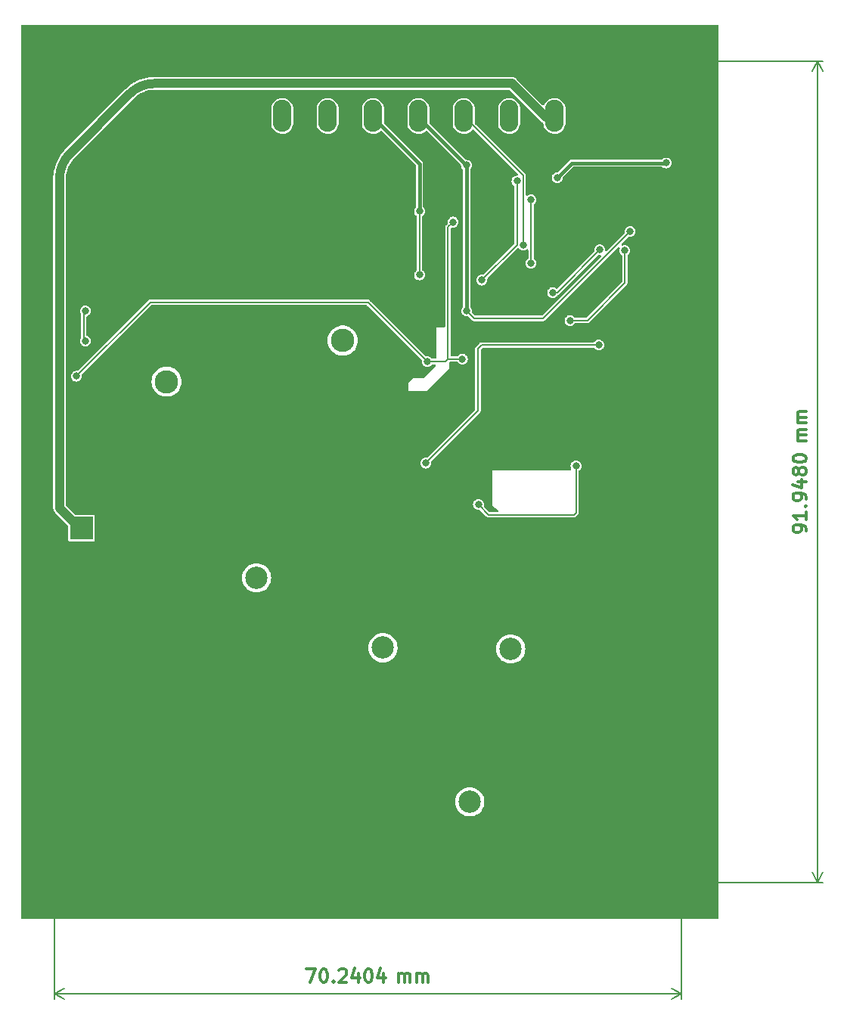
<source format=gbl>
G04 #@! TF.GenerationSoftware,KiCad,Pcbnew,(7.0.0-0)*
G04 #@! TF.CreationDate,2023-05-10T16:18:41+02:00*
G04 #@! TF.ProjectId,Filter-forest-v3,46696c74-6572-42d6-966f-726573742d76,rev?*
G04 #@! TF.SameCoordinates,Original*
G04 #@! TF.FileFunction,Copper,L2,Bot*
G04 #@! TF.FilePolarity,Positive*
%FSLAX46Y46*%
G04 Gerber Fmt 4.6, Leading zero omitted, Abs format (unit mm)*
G04 Created by KiCad (PCBNEW (7.0.0-0)) date 2023-05-10 16:18:41*
%MOMM*%
%LPD*%
G01*
G04 APERTURE LIST*
G04 Aperture macros list*
%AMRoundRect*
0 Rectangle with rounded corners*
0 $1 Rounding radius*
0 $2 $3 $4 $5 $6 $7 $8 $9 X,Y pos of 4 corners*
0 Add a 4 corners polygon primitive as box body*
4,1,4,$2,$3,$4,$5,$6,$7,$8,$9,$2,$3,0*
0 Add four circle primitives for the rounded corners*
1,1,$1+$1,$2,$3*
1,1,$1+$1,$4,$5*
1,1,$1+$1,$6,$7*
1,1,$1+$1,$8,$9*
0 Add four rect primitives between the rounded corners*
20,1,$1+$1,$2,$3,$4,$5,0*
20,1,$1+$1,$4,$5,$6,$7,0*
20,1,$1+$1,$6,$7,$8,$9,0*
20,1,$1+$1,$8,$9,$2,$3,0*%
G04 Aperture macros list end*
%ADD10C,0.300000*%
G04 #@! TA.AperFunction,NonConductor*
%ADD11C,0.300000*%
G04 #@! TD*
G04 #@! TA.AperFunction,NonConductor*
%ADD12C,0.200000*%
G04 #@! TD*
G04 #@! TA.AperFunction,ComponentPad*
%ADD13R,2.600000X2.600000*%
G04 #@! TD*
G04 #@! TA.AperFunction,ComponentPad*
%ADD14O,2.600000X2.600000*%
G04 #@! TD*
G04 #@! TA.AperFunction,ComponentPad*
%ADD15C,0.610000*%
G04 #@! TD*
G04 #@! TA.AperFunction,ComponentPad*
%ADD16C,2.500000*%
G04 #@! TD*
G04 #@! TA.AperFunction,ComponentPad*
%ADD17C,3.500000*%
G04 #@! TD*
G04 #@! TA.AperFunction,ComponentPad*
%ADD18C,5.600000*%
G04 #@! TD*
G04 #@! TA.AperFunction,ComponentPad*
%ADD19C,0.600000*%
G04 #@! TD*
G04 #@! TA.AperFunction,SMDPad,CuDef*
%ADD20R,4.200000X1.350000*%
G04 #@! TD*
G04 #@! TA.AperFunction,ComponentPad*
%ADD21RoundRect,0.249999X0.790001X1.550001X-0.790001X1.550001X-0.790001X-1.550001X0.790001X-1.550001X0*%
G04 #@! TD*
G04 #@! TA.AperFunction,ComponentPad*
%ADD22O,2.080000X3.600000*%
G04 #@! TD*
G04 #@! TA.AperFunction,SMDPad,CuDef*
%ADD23RoundRect,0.250000X-0.600000X-0.600000X0.600000X-0.600000X0.600000X0.600000X-0.600000X0.600000X0*%
G04 #@! TD*
G04 #@! TA.AperFunction,ComponentPad*
%ADD24C,2.610000*%
G04 #@! TD*
G04 #@! TA.AperFunction,ComponentPad*
%ADD25O,1.800000X1.000000*%
G04 #@! TD*
G04 #@! TA.AperFunction,ViaPad*
%ADD26C,0.800000*%
G04 #@! TD*
G04 #@! TA.AperFunction,Conductor*
%ADD27C,0.200000*%
G04 #@! TD*
G04 #@! TA.AperFunction,Conductor*
%ADD28C,0.400000*%
G04 #@! TD*
G04 #@! TA.AperFunction,Conductor*
%ADD29C,1.000000*%
G04 #@! TD*
G04 #@! TA.AperFunction,Profile*
%ADD30C,0.100000*%
G04 #@! TD*
G04 APERTURE END LIST*
D10*
D11*
X120105631Y-135671071D02*
X121105631Y-135671071D01*
X121105631Y-135671071D02*
X120462774Y-137171071D01*
X121962774Y-135671071D02*
X122105631Y-135671071D01*
X122105631Y-135671071D02*
X122248488Y-135742500D01*
X122248488Y-135742500D02*
X122319917Y-135813928D01*
X122319917Y-135813928D02*
X122391345Y-135956785D01*
X122391345Y-135956785D02*
X122462774Y-136242500D01*
X122462774Y-136242500D02*
X122462774Y-136599642D01*
X122462774Y-136599642D02*
X122391345Y-136885357D01*
X122391345Y-136885357D02*
X122319917Y-137028214D01*
X122319917Y-137028214D02*
X122248488Y-137099642D01*
X122248488Y-137099642D02*
X122105631Y-137171071D01*
X122105631Y-137171071D02*
X121962774Y-137171071D01*
X121962774Y-137171071D02*
X121819917Y-137099642D01*
X121819917Y-137099642D02*
X121748488Y-137028214D01*
X121748488Y-137028214D02*
X121677059Y-136885357D01*
X121677059Y-136885357D02*
X121605631Y-136599642D01*
X121605631Y-136599642D02*
X121605631Y-136242500D01*
X121605631Y-136242500D02*
X121677059Y-135956785D01*
X121677059Y-135956785D02*
X121748488Y-135813928D01*
X121748488Y-135813928D02*
X121819917Y-135742500D01*
X121819917Y-135742500D02*
X121962774Y-135671071D01*
X123105630Y-137028214D02*
X123177059Y-137099642D01*
X123177059Y-137099642D02*
X123105630Y-137171071D01*
X123105630Y-137171071D02*
X123034202Y-137099642D01*
X123034202Y-137099642D02*
X123105630Y-137028214D01*
X123105630Y-137028214D02*
X123105630Y-137171071D01*
X123748488Y-135813928D02*
X123819916Y-135742500D01*
X123819916Y-135742500D02*
X123962774Y-135671071D01*
X123962774Y-135671071D02*
X124319916Y-135671071D01*
X124319916Y-135671071D02*
X124462774Y-135742500D01*
X124462774Y-135742500D02*
X124534202Y-135813928D01*
X124534202Y-135813928D02*
X124605631Y-135956785D01*
X124605631Y-135956785D02*
X124605631Y-136099642D01*
X124605631Y-136099642D02*
X124534202Y-136313928D01*
X124534202Y-136313928D02*
X123677059Y-137171071D01*
X123677059Y-137171071D02*
X124605631Y-137171071D01*
X125891345Y-136171071D02*
X125891345Y-137171071D01*
X125534202Y-135599642D02*
X125177059Y-136671071D01*
X125177059Y-136671071D02*
X126105630Y-136671071D01*
X126962773Y-135671071D02*
X127105630Y-135671071D01*
X127105630Y-135671071D02*
X127248487Y-135742500D01*
X127248487Y-135742500D02*
X127319916Y-135813928D01*
X127319916Y-135813928D02*
X127391344Y-135956785D01*
X127391344Y-135956785D02*
X127462773Y-136242500D01*
X127462773Y-136242500D02*
X127462773Y-136599642D01*
X127462773Y-136599642D02*
X127391344Y-136885357D01*
X127391344Y-136885357D02*
X127319916Y-137028214D01*
X127319916Y-137028214D02*
X127248487Y-137099642D01*
X127248487Y-137099642D02*
X127105630Y-137171071D01*
X127105630Y-137171071D02*
X126962773Y-137171071D01*
X126962773Y-137171071D02*
X126819916Y-137099642D01*
X126819916Y-137099642D02*
X126748487Y-137028214D01*
X126748487Y-137028214D02*
X126677058Y-136885357D01*
X126677058Y-136885357D02*
X126605630Y-136599642D01*
X126605630Y-136599642D02*
X126605630Y-136242500D01*
X126605630Y-136242500D02*
X126677058Y-135956785D01*
X126677058Y-135956785D02*
X126748487Y-135813928D01*
X126748487Y-135813928D02*
X126819916Y-135742500D01*
X126819916Y-135742500D02*
X126962773Y-135671071D01*
X128748487Y-136171071D02*
X128748487Y-137171071D01*
X128391344Y-135599642D02*
X128034201Y-136671071D01*
X128034201Y-136671071D02*
X128962772Y-136671071D01*
X130434200Y-137171071D02*
X130434200Y-136171071D01*
X130434200Y-136313928D02*
X130505629Y-136242500D01*
X130505629Y-136242500D02*
X130648486Y-136171071D01*
X130648486Y-136171071D02*
X130862772Y-136171071D01*
X130862772Y-136171071D02*
X131005629Y-136242500D01*
X131005629Y-136242500D02*
X131077058Y-136385357D01*
X131077058Y-136385357D02*
X131077058Y-137171071D01*
X131077058Y-136385357D02*
X131148486Y-136242500D01*
X131148486Y-136242500D02*
X131291343Y-136171071D01*
X131291343Y-136171071D02*
X131505629Y-136171071D01*
X131505629Y-136171071D02*
X131648486Y-136242500D01*
X131648486Y-136242500D02*
X131719915Y-136385357D01*
X131719915Y-136385357D02*
X131719915Y-137171071D01*
X132434200Y-137171071D02*
X132434200Y-136171071D01*
X132434200Y-136313928D02*
X132505629Y-136242500D01*
X132505629Y-136242500D02*
X132648486Y-136171071D01*
X132648486Y-136171071D02*
X132862772Y-136171071D01*
X132862772Y-136171071D02*
X133005629Y-136242500D01*
X133005629Y-136242500D02*
X133077058Y-136385357D01*
X133077058Y-136385357D02*
X133077058Y-137171071D01*
X133077058Y-136385357D02*
X133148486Y-136242500D01*
X133148486Y-136242500D02*
X133291343Y-136171071D01*
X133291343Y-136171071D02*
X133505629Y-136171071D01*
X133505629Y-136171071D02*
X133648486Y-136242500D01*
X133648486Y-136242500D02*
X133719915Y-136385357D01*
X133719915Y-136385357D02*
X133719915Y-137171071D01*
D12*
X91864000Y-126478000D02*
X91864000Y-139006420D01*
X162104404Y-126478000D02*
X162104404Y-139006420D01*
X91864000Y-138420000D02*
X162104404Y-138420000D01*
X91864000Y-138420000D02*
X162104404Y-138420000D01*
X91864000Y-138420000D02*
X92990504Y-137833579D01*
X91864000Y-138420000D02*
X92990504Y-139006421D01*
X162104404Y-138420000D02*
X160977900Y-139006421D01*
X162104404Y-138420000D02*
X160977900Y-137833579D01*
D10*
D11*
X176071071Y-86668284D02*
X176071071Y-86382570D01*
X176071071Y-86382570D02*
X175999642Y-86239713D01*
X175999642Y-86239713D02*
X175928214Y-86168284D01*
X175928214Y-86168284D02*
X175713928Y-86025427D01*
X175713928Y-86025427D02*
X175428214Y-85953998D01*
X175428214Y-85953998D02*
X174856785Y-85953998D01*
X174856785Y-85953998D02*
X174713928Y-86025427D01*
X174713928Y-86025427D02*
X174642500Y-86096856D01*
X174642500Y-86096856D02*
X174571071Y-86239713D01*
X174571071Y-86239713D02*
X174571071Y-86525427D01*
X174571071Y-86525427D02*
X174642500Y-86668284D01*
X174642500Y-86668284D02*
X174713928Y-86739713D01*
X174713928Y-86739713D02*
X174856785Y-86811141D01*
X174856785Y-86811141D02*
X175213928Y-86811141D01*
X175213928Y-86811141D02*
X175356785Y-86739713D01*
X175356785Y-86739713D02*
X175428214Y-86668284D01*
X175428214Y-86668284D02*
X175499642Y-86525427D01*
X175499642Y-86525427D02*
X175499642Y-86239713D01*
X175499642Y-86239713D02*
X175428214Y-86096856D01*
X175428214Y-86096856D02*
X175356785Y-86025427D01*
X175356785Y-86025427D02*
X175213928Y-85953998D01*
X176071071Y-84525427D02*
X176071071Y-85382570D01*
X176071071Y-84953999D02*
X174571071Y-84953999D01*
X174571071Y-84953999D02*
X174785357Y-85096856D01*
X174785357Y-85096856D02*
X174928214Y-85239713D01*
X174928214Y-85239713D02*
X174999642Y-85382570D01*
X175928214Y-83882571D02*
X175999642Y-83811142D01*
X175999642Y-83811142D02*
X176071071Y-83882571D01*
X176071071Y-83882571D02*
X175999642Y-83953999D01*
X175999642Y-83953999D02*
X175928214Y-83882571D01*
X175928214Y-83882571D02*
X176071071Y-83882571D01*
X176071071Y-83096856D02*
X176071071Y-82811142D01*
X176071071Y-82811142D02*
X175999642Y-82668285D01*
X175999642Y-82668285D02*
X175928214Y-82596856D01*
X175928214Y-82596856D02*
X175713928Y-82453999D01*
X175713928Y-82453999D02*
X175428214Y-82382570D01*
X175428214Y-82382570D02*
X174856785Y-82382570D01*
X174856785Y-82382570D02*
X174713928Y-82453999D01*
X174713928Y-82453999D02*
X174642500Y-82525428D01*
X174642500Y-82525428D02*
X174571071Y-82668285D01*
X174571071Y-82668285D02*
X174571071Y-82953999D01*
X174571071Y-82953999D02*
X174642500Y-83096856D01*
X174642500Y-83096856D02*
X174713928Y-83168285D01*
X174713928Y-83168285D02*
X174856785Y-83239713D01*
X174856785Y-83239713D02*
X175213928Y-83239713D01*
X175213928Y-83239713D02*
X175356785Y-83168285D01*
X175356785Y-83168285D02*
X175428214Y-83096856D01*
X175428214Y-83096856D02*
X175499642Y-82953999D01*
X175499642Y-82953999D02*
X175499642Y-82668285D01*
X175499642Y-82668285D02*
X175428214Y-82525428D01*
X175428214Y-82525428D02*
X175356785Y-82453999D01*
X175356785Y-82453999D02*
X175213928Y-82382570D01*
X175071071Y-81096857D02*
X176071071Y-81096857D01*
X174499642Y-81453999D02*
X175571071Y-81811142D01*
X175571071Y-81811142D02*
X175571071Y-80882571D01*
X175213928Y-80096857D02*
X175142500Y-80239714D01*
X175142500Y-80239714D02*
X175071071Y-80311143D01*
X175071071Y-80311143D02*
X174928214Y-80382571D01*
X174928214Y-80382571D02*
X174856785Y-80382571D01*
X174856785Y-80382571D02*
X174713928Y-80311143D01*
X174713928Y-80311143D02*
X174642500Y-80239714D01*
X174642500Y-80239714D02*
X174571071Y-80096857D01*
X174571071Y-80096857D02*
X174571071Y-79811143D01*
X174571071Y-79811143D02*
X174642500Y-79668286D01*
X174642500Y-79668286D02*
X174713928Y-79596857D01*
X174713928Y-79596857D02*
X174856785Y-79525428D01*
X174856785Y-79525428D02*
X174928214Y-79525428D01*
X174928214Y-79525428D02*
X175071071Y-79596857D01*
X175071071Y-79596857D02*
X175142500Y-79668286D01*
X175142500Y-79668286D02*
X175213928Y-79811143D01*
X175213928Y-79811143D02*
X175213928Y-80096857D01*
X175213928Y-80096857D02*
X175285357Y-80239714D01*
X175285357Y-80239714D02*
X175356785Y-80311143D01*
X175356785Y-80311143D02*
X175499642Y-80382571D01*
X175499642Y-80382571D02*
X175785357Y-80382571D01*
X175785357Y-80382571D02*
X175928214Y-80311143D01*
X175928214Y-80311143D02*
X175999642Y-80239714D01*
X175999642Y-80239714D02*
X176071071Y-80096857D01*
X176071071Y-80096857D02*
X176071071Y-79811143D01*
X176071071Y-79811143D02*
X175999642Y-79668286D01*
X175999642Y-79668286D02*
X175928214Y-79596857D01*
X175928214Y-79596857D02*
X175785357Y-79525428D01*
X175785357Y-79525428D02*
X175499642Y-79525428D01*
X175499642Y-79525428D02*
X175356785Y-79596857D01*
X175356785Y-79596857D02*
X175285357Y-79668286D01*
X175285357Y-79668286D02*
X175213928Y-79811143D01*
X174571071Y-78596857D02*
X174571071Y-78454000D01*
X174571071Y-78454000D02*
X174642500Y-78311143D01*
X174642500Y-78311143D02*
X174713928Y-78239715D01*
X174713928Y-78239715D02*
X174856785Y-78168286D01*
X174856785Y-78168286D02*
X175142500Y-78096857D01*
X175142500Y-78096857D02*
X175499642Y-78096857D01*
X175499642Y-78096857D02*
X175785357Y-78168286D01*
X175785357Y-78168286D02*
X175928214Y-78239715D01*
X175928214Y-78239715D02*
X175999642Y-78311143D01*
X175999642Y-78311143D02*
X176071071Y-78454000D01*
X176071071Y-78454000D02*
X176071071Y-78596857D01*
X176071071Y-78596857D02*
X175999642Y-78739715D01*
X175999642Y-78739715D02*
X175928214Y-78811143D01*
X175928214Y-78811143D02*
X175785357Y-78882572D01*
X175785357Y-78882572D02*
X175499642Y-78954000D01*
X175499642Y-78954000D02*
X175142500Y-78954000D01*
X175142500Y-78954000D02*
X174856785Y-78882572D01*
X174856785Y-78882572D02*
X174713928Y-78811143D01*
X174713928Y-78811143D02*
X174642500Y-78739715D01*
X174642500Y-78739715D02*
X174571071Y-78596857D01*
X176071071Y-76554001D02*
X175071071Y-76554001D01*
X175213928Y-76554001D02*
X175142500Y-76482572D01*
X175142500Y-76482572D02*
X175071071Y-76339715D01*
X175071071Y-76339715D02*
X175071071Y-76125429D01*
X175071071Y-76125429D02*
X175142500Y-75982572D01*
X175142500Y-75982572D02*
X175285357Y-75911144D01*
X175285357Y-75911144D02*
X176071071Y-75911144D01*
X175285357Y-75911144D02*
X175142500Y-75839715D01*
X175142500Y-75839715D02*
X175071071Y-75696858D01*
X175071071Y-75696858D02*
X175071071Y-75482572D01*
X175071071Y-75482572D02*
X175142500Y-75339715D01*
X175142500Y-75339715D02*
X175285357Y-75268286D01*
X175285357Y-75268286D02*
X176071071Y-75268286D01*
X176071071Y-74554001D02*
X175071071Y-74554001D01*
X175213928Y-74554001D02*
X175142500Y-74482572D01*
X175142500Y-74482572D02*
X175071071Y-74339715D01*
X175071071Y-74339715D02*
X175071071Y-74125429D01*
X175071071Y-74125429D02*
X175142500Y-73982572D01*
X175142500Y-73982572D02*
X175285357Y-73911144D01*
X175285357Y-73911144D02*
X176071071Y-73911144D01*
X175285357Y-73911144D02*
X175142500Y-73839715D01*
X175142500Y-73839715D02*
X175071071Y-73696858D01*
X175071071Y-73696858D02*
X175071071Y-73482572D01*
X175071071Y-73482572D02*
X175142500Y-73339715D01*
X175142500Y-73339715D02*
X175285357Y-73268286D01*
X175285357Y-73268286D02*
X176071071Y-73268286D01*
D12*
X162604404Y-34030000D02*
X177906420Y-34030000D01*
X162604404Y-125978000D02*
X177906420Y-125978000D01*
X177320000Y-34030000D02*
X177320000Y-125978000D01*
X177320000Y-34030000D02*
X177320000Y-125978000D01*
X177320000Y-34030000D02*
X177906421Y-35156504D01*
X177320000Y-34030000D02*
X176733579Y-35156504D01*
X177320000Y-125978000D02*
X176733579Y-124851496D01*
X177320000Y-125978000D02*
X177906421Y-124851496D01*
D13*
X94899999Y-86319999D03*
D14*
X94899999Y-101559999D03*
D15*
X113691000Y-48857000D03*
X113691000Y-46647000D03*
D16*
X128660000Y-99710000D03*
D17*
X124260000Y-95410000D03*
X124360000Y-103910000D03*
X132960000Y-95410000D03*
X132960000Y-104010000D03*
D16*
X114510000Y-91880000D03*
D17*
X110110000Y-87580000D03*
X110210000Y-96080000D03*
X118810000Y-87580000D03*
X118810000Y-96180000D03*
D15*
X123341000Y-48807000D03*
X123341000Y-46597000D03*
D18*
X162104404Y-34030000D03*
D16*
X138380000Y-116960000D03*
D17*
X133980000Y-112660000D03*
X134080000Y-121160000D03*
X142680000Y-112660000D03*
X142680000Y-121260000D03*
D18*
X91864000Y-34030000D03*
D19*
X147987500Y-67510800D03*
X143725000Y-67510800D03*
X147412500Y-68294000D03*
X143925000Y-68294000D03*
X147987500Y-69077200D03*
X143725000Y-69077200D03*
X142950000Y-69860400D03*
X147412500Y-69870000D03*
X143925000Y-69870000D03*
X148375000Y-70252000D03*
X141787500Y-70252000D03*
X148375000Y-71035200D03*
X141787500Y-71035200D03*
X149150000Y-71426800D03*
X148375000Y-71818400D03*
X141787500Y-71818400D03*
X143327500Y-72200000D03*
X149150000Y-72210000D03*
X146437500Y-72210000D03*
X145662500Y-72210000D03*
X144887500Y-72210000D03*
X144112500Y-72210000D03*
X148375000Y-72601600D03*
X141787500Y-72601600D03*
X146825000Y-72860000D03*
X146050000Y-72860000D03*
X145275000Y-72860000D03*
X144500000Y-72860000D03*
X143725000Y-72885000D03*
X149150000Y-72993200D03*
X148375000Y-73384800D03*
X141787500Y-73384800D03*
X146437500Y-73510000D03*
X145662500Y-73510000D03*
X144887500Y-73510000D03*
X144112500Y-73510000D03*
X143337500Y-73510000D03*
X149150000Y-73776400D03*
X146825000Y-74160000D03*
X146050000Y-74160000D03*
X145275000Y-74160000D03*
X144500000Y-74160000D03*
X143725000Y-74160000D03*
X148375000Y-74168000D03*
X141787500Y-74168000D03*
X149150000Y-74559600D03*
X146437500Y-74810000D03*
X145662500Y-74810000D03*
X144887500Y-74810000D03*
X144112500Y-74810000D03*
X143337500Y-74810000D03*
X148375000Y-74951200D03*
X141787500Y-74951200D03*
X149150000Y-75342800D03*
X146825000Y-75460000D03*
X146050000Y-75460000D03*
X145275000Y-75460000D03*
X144500000Y-75460000D03*
X143725000Y-75460000D03*
X148375000Y-75734400D03*
X141787500Y-75734400D03*
X149150000Y-76126000D03*
X148375000Y-76517600D03*
X141787500Y-76517600D03*
X149150000Y-76909200D03*
X148375000Y-77300800D03*
X141787500Y-77300800D03*
X144312500Y-77692400D03*
X142950000Y-77692400D03*
X143725000Y-78475600D03*
D16*
X142970000Y-99840000D03*
D17*
X138570000Y-95540000D03*
X138670000Y-104040000D03*
X147270000Y-95540000D03*
X147270000Y-104140000D03*
D20*
X90359999Y-110204999D03*
X90359999Y-115854999D03*
D21*
X152950000Y-40190000D03*
D22*
X147869999Y-40189999D03*
X142789999Y-40189999D03*
X137709999Y-40189999D03*
X132629999Y-40189999D03*
X127549999Y-40189999D03*
X122469999Y-40189999D03*
X117389999Y-40189999D03*
D18*
X91864000Y-125978000D03*
D19*
X143200000Y-61140000D03*
X143200000Y-61690000D03*
X143200000Y-62240000D03*
X143750000Y-61140000D03*
X143750000Y-61690000D03*
D23*
X143750000Y-61690000D03*
D19*
X143750000Y-62240000D03*
X144300000Y-61140000D03*
X144300000Y-61690000D03*
X144300000Y-62240000D03*
D18*
X162104404Y-125978000D03*
D24*
X124146480Y-69926160D03*
X104440000Y-69920000D03*
X104440000Y-65320000D03*
X124146480Y-65326160D03*
D25*
X121929999Y-63929999D03*
X121829999Y-71329999D03*
D24*
X116630000Y-65330000D03*
D25*
X114429999Y-63929999D03*
X114329999Y-71329999D03*
X106929999Y-63929999D03*
X106829999Y-71329999D03*
D26*
X96900000Y-82790000D03*
X115780000Y-73530000D03*
X157640000Y-74160000D03*
X113320000Y-80740000D03*
X162630000Y-73690000D03*
X108180000Y-108250000D03*
X99650000Y-69160000D03*
X158190000Y-57780000D03*
X109770000Y-110940000D03*
X133340000Y-62050000D03*
X109140000Y-72990000D03*
X101990000Y-83110000D03*
X127630000Y-69870000D03*
X109670000Y-106600000D03*
X113920000Y-113210000D03*
X111500000Y-73060000D03*
X108730000Y-101940000D03*
X93555500Y-63418000D03*
X128020000Y-77380000D03*
X139380000Y-49600000D03*
X119340000Y-112820000D03*
X118570000Y-77230000D03*
X151870000Y-60020000D03*
X114720000Y-101530000D03*
X154530000Y-57790000D03*
X119360000Y-102230000D03*
X104970000Y-102800000D03*
X139600000Y-54530000D03*
X95466000Y-66798000D03*
X93670000Y-74500000D03*
X99419373Y-65219873D03*
X106320000Y-77250000D03*
X160350000Y-45440000D03*
X148160000Y-47090000D03*
X133454891Y-79049963D03*
X152820000Y-65815731D03*
X139350000Y-83680000D03*
X150270000Y-79360000D03*
X144360000Y-54630000D03*
X132750000Y-50860000D03*
X132749500Y-57974604D03*
X95333500Y-61998000D03*
X95333500Y-65358000D03*
X138040000Y-62010000D03*
X137995000Y-45695000D03*
X156340000Y-53110000D03*
X139730000Y-58560000D03*
X143660000Y-47470000D03*
X94330001Y-69320001D03*
X137550000Y-67390000D03*
X133620000Y-67670000D03*
X136510000Y-52060000D03*
X145220000Y-56660500D03*
X145230000Y-49570000D03*
X149600000Y-63070000D03*
X155740000Y-55240000D03*
X152942612Y-55145439D03*
X147651198Y-59939696D03*
D27*
X160330000Y-45460000D02*
X160350000Y-45440000D01*
D28*
X149790000Y-45460000D02*
X160330000Y-45460000D01*
X148160000Y-47090000D02*
X149790000Y-45460000D01*
D29*
X146940000Y-40350000D02*
X143130000Y-36540000D01*
X92456000Y-47200854D02*
X92456000Y-84066000D01*
X143130000Y-36540000D02*
X103116854Y-36540000D01*
X147890000Y-40350000D02*
X146940000Y-40350000D01*
X92456000Y-84066000D02*
X94430000Y-86040000D01*
X100288427Y-37711573D02*
X93627573Y-44372427D01*
X93627596Y-44372450D02*
G75*
G03*
X92456000Y-47200854I2828404J-2828450D01*
G01*
X103116854Y-36539968D02*
G75*
G03*
X100288427Y-37711573I46J-4000032D01*
G01*
D27*
X133454891Y-79049963D02*
X139300000Y-73204854D01*
X139300000Y-73204854D02*
X139300000Y-66230000D01*
X139300000Y-66230000D02*
X139714269Y-65815731D01*
X139714269Y-65815731D02*
X152820000Y-65815731D01*
X150021422Y-84830000D02*
X150270000Y-84581422D01*
X139350000Y-83680000D02*
X140500000Y-84830000D01*
X150270000Y-84581422D02*
X150270000Y-79360000D01*
X140500000Y-84830000D02*
X150021422Y-84830000D01*
X144360000Y-46840000D02*
X137710000Y-40190000D01*
X144360000Y-54630000D02*
X144360000Y-46840000D01*
D28*
X132750000Y-45530000D02*
X132750000Y-50860000D01*
D27*
X95156000Y-62028000D02*
X95186000Y-61998000D01*
X132749500Y-57974604D02*
X132750000Y-57974104D01*
X95156000Y-65180500D02*
X95333500Y-65358000D01*
X132750000Y-57974104D02*
X132750000Y-50860000D01*
D28*
X127570000Y-40350000D02*
X132750000Y-45530000D01*
D27*
X95156000Y-62028000D02*
X95156000Y-65180500D01*
X95186000Y-61998000D02*
X95333500Y-61998000D01*
X146610000Y-62840000D02*
X156340000Y-53110000D01*
D28*
X138020000Y-45720000D02*
X138020000Y-61970000D01*
X132650000Y-40350000D02*
X138020000Y-45720000D01*
X138020000Y-61970000D02*
X138060000Y-62010000D01*
D27*
X138040000Y-62010000D02*
X138870000Y-62840000D01*
X138870000Y-62840000D02*
X146610000Y-62840000D01*
D28*
X138020000Y-45720000D02*
X137995000Y-45695000D01*
D27*
X143660000Y-47470000D02*
X143660000Y-54630000D01*
X143660000Y-54630000D02*
X139730000Y-58560000D01*
X135931000Y-67390000D02*
X135651000Y-67670000D01*
X133620000Y-67670000D02*
X126980000Y-61030000D01*
X102620002Y-61030000D02*
X94330001Y-69320001D01*
X135931000Y-52639000D02*
X136510000Y-52060000D01*
X137550000Y-67390000D02*
X135931000Y-67390000D01*
X135931000Y-67390000D02*
X135931000Y-52639000D01*
X126980000Y-61030000D02*
X102620002Y-61030000D01*
X135651000Y-67670000D02*
X133620000Y-67670000D01*
X145230000Y-56650500D02*
X145220000Y-56660500D01*
X145230000Y-49570000D02*
X145230000Y-56650500D01*
X151532889Y-63070000D02*
X149600000Y-63070000D01*
X155740000Y-58862889D02*
X151532889Y-63070000D01*
X155740000Y-55240000D02*
X155740000Y-58862889D01*
X148148355Y-59939696D02*
X147651198Y-59939696D01*
X152942612Y-55145439D02*
X148148355Y-59939696D01*
G04 #@! TA.AperFunction,Conductor*
G36*
X166096304Y-30021496D02*
G01*
X166141691Y-30066883D01*
X166158304Y-30128883D01*
X166158304Y-129819883D01*
X166141691Y-129881883D01*
X166096304Y-129927270D01*
X166034304Y-129943883D01*
X88262500Y-129943883D01*
X88200500Y-129927270D01*
X88155113Y-129881883D01*
X88138500Y-129819883D01*
X88138500Y-116960000D01*
X136744458Y-116960000D01*
X136764594Y-117215855D01*
X136765729Y-117220584D01*
X136765730Y-117220588D01*
X136823369Y-117460673D01*
X136823371Y-117460681D01*
X136824507Y-117465410D01*
X136922721Y-117702521D01*
X136925268Y-117706678D01*
X136925269Y-117706679D01*
X137054271Y-117917190D01*
X137054274Y-117917194D01*
X137056819Y-117921347D01*
X137223497Y-118116503D01*
X137418653Y-118283181D01*
X137637479Y-118417279D01*
X137874590Y-118515493D01*
X138124145Y-118575406D01*
X138380000Y-118595542D01*
X138635855Y-118575406D01*
X138885410Y-118515493D01*
X139122521Y-118417279D01*
X139341347Y-118283181D01*
X139536503Y-118116503D01*
X139703181Y-117921347D01*
X139837279Y-117702521D01*
X139935493Y-117465410D01*
X139995406Y-117215855D01*
X140015542Y-116960000D01*
X139995406Y-116704145D01*
X139935493Y-116454590D01*
X139837279Y-116217479D01*
X139703181Y-115998653D01*
X139536503Y-115803497D01*
X139341347Y-115636819D01*
X139337194Y-115634274D01*
X139337190Y-115634271D01*
X139126679Y-115505269D01*
X139126678Y-115505268D01*
X139122521Y-115502721D01*
X138885410Y-115404507D01*
X138880681Y-115403371D01*
X138880673Y-115403369D01*
X138640588Y-115345730D01*
X138640584Y-115345729D01*
X138635855Y-115344594D01*
X138631004Y-115344212D01*
X138631003Y-115344212D01*
X138384854Y-115324840D01*
X138380000Y-115324458D01*
X138375146Y-115324840D01*
X138128996Y-115344212D01*
X138128993Y-115344212D01*
X138124145Y-115344594D01*
X138119417Y-115345728D01*
X138119411Y-115345730D01*
X137879326Y-115403369D01*
X137879314Y-115403372D01*
X137874590Y-115404507D01*
X137870093Y-115406369D01*
X137870089Y-115406371D01*
X137641983Y-115500855D01*
X137641978Y-115500857D01*
X137637479Y-115502721D01*
X137633326Y-115505265D01*
X137633320Y-115505269D01*
X137422809Y-115634271D01*
X137422798Y-115634278D01*
X137418653Y-115636819D01*
X137414956Y-115639976D01*
X137414947Y-115639983D01*
X137227197Y-115800336D01*
X137227190Y-115800342D01*
X137223497Y-115803497D01*
X137220342Y-115807190D01*
X137220336Y-115807197D01*
X137059983Y-115994947D01*
X137059976Y-115994956D01*
X137056819Y-115998653D01*
X137054278Y-116002798D01*
X137054271Y-116002809D01*
X136925269Y-116213320D01*
X136925265Y-116213326D01*
X136922721Y-116217479D01*
X136824507Y-116454590D01*
X136823372Y-116459314D01*
X136823369Y-116459326D01*
X136765730Y-116699411D01*
X136765728Y-116699417D01*
X136764594Y-116704145D01*
X136744458Y-116960000D01*
X88138500Y-116960000D01*
X88138500Y-99710000D01*
X127024458Y-99710000D01*
X127044594Y-99965855D01*
X127045729Y-99970584D01*
X127045730Y-99970588D01*
X127103369Y-100210673D01*
X127103371Y-100210681D01*
X127104507Y-100215410D01*
X127202721Y-100452521D01*
X127205268Y-100456678D01*
X127205269Y-100456679D01*
X127334271Y-100667190D01*
X127334274Y-100667194D01*
X127336819Y-100671347D01*
X127503497Y-100866503D01*
X127698653Y-101033181D01*
X127917479Y-101167279D01*
X128154590Y-101265493D01*
X128404145Y-101325406D01*
X128660000Y-101345542D01*
X128915855Y-101325406D01*
X129165410Y-101265493D01*
X129402521Y-101167279D01*
X129621347Y-101033181D01*
X129816503Y-100866503D01*
X129983181Y-100671347D01*
X130117279Y-100452521D01*
X130215493Y-100215410D01*
X130275406Y-99965855D01*
X130285311Y-99840000D01*
X141334458Y-99840000D01*
X141354594Y-100095855D01*
X141355729Y-100100584D01*
X141355730Y-100100588D01*
X141413369Y-100340673D01*
X141413371Y-100340681D01*
X141414507Y-100345410D01*
X141512721Y-100582521D01*
X141515268Y-100586678D01*
X141515269Y-100586679D01*
X141644271Y-100797190D01*
X141644274Y-100797194D01*
X141646819Y-100801347D01*
X141813497Y-100996503D01*
X142008653Y-101163181D01*
X142012807Y-101165726D01*
X142012809Y-101165728D01*
X142084961Y-101209943D01*
X142227479Y-101297279D01*
X142464590Y-101395493D01*
X142714145Y-101455406D01*
X142970000Y-101475542D01*
X143225855Y-101455406D01*
X143475410Y-101395493D01*
X143712521Y-101297279D01*
X143931347Y-101163181D01*
X144126503Y-100996503D01*
X144293181Y-100801347D01*
X144427279Y-100582521D01*
X144525493Y-100345410D01*
X144585406Y-100095855D01*
X144605542Y-99840000D01*
X144585406Y-99584145D01*
X144525493Y-99334590D01*
X144427279Y-99097479D01*
X144293181Y-98878653D01*
X144126503Y-98683497D01*
X143931347Y-98516819D01*
X143927194Y-98514274D01*
X143927190Y-98514271D01*
X143716679Y-98385269D01*
X143716678Y-98385268D01*
X143712521Y-98382721D01*
X143475410Y-98284507D01*
X143470681Y-98283371D01*
X143470673Y-98283369D01*
X143230588Y-98225730D01*
X143230584Y-98225729D01*
X143225855Y-98224594D01*
X143221004Y-98224212D01*
X143221003Y-98224212D01*
X142974854Y-98204840D01*
X142970000Y-98204458D01*
X142965146Y-98204840D01*
X142718996Y-98224212D01*
X142718993Y-98224212D01*
X142714145Y-98224594D01*
X142709417Y-98225728D01*
X142709411Y-98225730D01*
X142469326Y-98283369D01*
X142469314Y-98283372D01*
X142464590Y-98284507D01*
X142460093Y-98286369D01*
X142460089Y-98286371D01*
X142231983Y-98380855D01*
X142231978Y-98380857D01*
X142227479Y-98382721D01*
X142223326Y-98385265D01*
X142223320Y-98385269D01*
X142012809Y-98514271D01*
X142012798Y-98514278D01*
X142008653Y-98516819D01*
X142004956Y-98519976D01*
X142004947Y-98519983D01*
X141817197Y-98680336D01*
X141817190Y-98680342D01*
X141813497Y-98683497D01*
X141810342Y-98687190D01*
X141810336Y-98687197D01*
X141649983Y-98874947D01*
X141649976Y-98874956D01*
X141646819Y-98878653D01*
X141644278Y-98882798D01*
X141644271Y-98882809D01*
X141515269Y-99093320D01*
X141515265Y-99093326D01*
X141512721Y-99097479D01*
X141510857Y-99101978D01*
X141510855Y-99101983D01*
X141416371Y-99330089D01*
X141414507Y-99334590D01*
X141413372Y-99339314D01*
X141413369Y-99339326D01*
X141355730Y-99579411D01*
X141355728Y-99579417D01*
X141354594Y-99584145D01*
X141334458Y-99840000D01*
X130285311Y-99840000D01*
X130295542Y-99710000D01*
X130275406Y-99454145D01*
X130215493Y-99204590D01*
X130117279Y-98967479D01*
X129983181Y-98748653D01*
X129816503Y-98553497D01*
X129621347Y-98386819D01*
X129617194Y-98384274D01*
X129617190Y-98384271D01*
X129406679Y-98255269D01*
X129406678Y-98255268D01*
X129402521Y-98252721D01*
X129165410Y-98154507D01*
X129160681Y-98153371D01*
X129160673Y-98153369D01*
X128920588Y-98095730D01*
X128920584Y-98095729D01*
X128915855Y-98094594D01*
X128911004Y-98094212D01*
X128911003Y-98094212D01*
X128664854Y-98074840D01*
X128660000Y-98074458D01*
X128655146Y-98074840D01*
X128408996Y-98094212D01*
X128408993Y-98094212D01*
X128404145Y-98094594D01*
X128399417Y-98095728D01*
X128399411Y-98095730D01*
X128159326Y-98153369D01*
X128159314Y-98153372D01*
X128154590Y-98154507D01*
X128150093Y-98156369D01*
X128150089Y-98156371D01*
X127921983Y-98250855D01*
X127921978Y-98250857D01*
X127917479Y-98252721D01*
X127913326Y-98255265D01*
X127913320Y-98255269D01*
X127702809Y-98384271D01*
X127702798Y-98384278D01*
X127698653Y-98386819D01*
X127694956Y-98389976D01*
X127694947Y-98389983D01*
X127507197Y-98550336D01*
X127507190Y-98550342D01*
X127503497Y-98553497D01*
X127500342Y-98557190D01*
X127500336Y-98557197D01*
X127339983Y-98744947D01*
X127339976Y-98744956D01*
X127336819Y-98748653D01*
X127334278Y-98752798D01*
X127334271Y-98752809D01*
X127205269Y-98963320D01*
X127205265Y-98963326D01*
X127202721Y-98967479D01*
X127200857Y-98971978D01*
X127200855Y-98971983D01*
X127147008Y-99101983D01*
X127104507Y-99204590D01*
X127103372Y-99209314D01*
X127103369Y-99209326D01*
X127045730Y-99449411D01*
X127045728Y-99449417D01*
X127044594Y-99454145D01*
X127024458Y-99710000D01*
X88138500Y-99710000D01*
X88138500Y-91880000D01*
X112874458Y-91880000D01*
X112894594Y-92135855D01*
X112895729Y-92140584D01*
X112895730Y-92140588D01*
X112953369Y-92380673D01*
X112953371Y-92380681D01*
X112954507Y-92385410D01*
X113052721Y-92622521D01*
X113055268Y-92626678D01*
X113055269Y-92626679D01*
X113184271Y-92837190D01*
X113184274Y-92837194D01*
X113186819Y-92841347D01*
X113353497Y-93036503D01*
X113548653Y-93203181D01*
X113767479Y-93337279D01*
X114004590Y-93435493D01*
X114254145Y-93495406D01*
X114510000Y-93515542D01*
X114765855Y-93495406D01*
X115015410Y-93435493D01*
X115252521Y-93337279D01*
X115471347Y-93203181D01*
X115666503Y-93036503D01*
X115833181Y-92841347D01*
X115967279Y-92622521D01*
X116065493Y-92385410D01*
X116125406Y-92135855D01*
X116145542Y-91880000D01*
X116125406Y-91624145D01*
X116065493Y-91374590D01*
X115967279Y-91137479D01*
X115833181Y-90918653D01*
X115666503Y-90723497D01*
X115471347Y-90556819D01*
X115467194Y-90554274D01*
X115467190Y-90554271D01*
X115256679Y-90425269D01*
X115256678Y-90425268D01*
X115252521Y-90422721D01*
X115015410Y-90324507D01*
X115010681Y-90323371D01*
X115010673Y-90323369D01*
X114770588Y-90265730D01*
X114770584Y-90265729D01*
X114765855Y-90264594D01*
X114761004Y-90264212D01*
X114761003Y-90264212D01*
X114514854Y-90244840D01*
X114510000Y-90244458D01*
X114505146Y-90244840D01*
X114258996Y-90264212D01*
X114258993Y-90264212D01*
X114254145Y-90264594D01*
X114249417Y-90265728D01*
X114249411Y-90265730D01*
X114009326Y-90323369D01*
X114009314Y-90323372D01*
X114004590Y-90324507D01*
X114000093Y-90326369D01*
X114000089Y-90326371D01*
X113771983Y-90420855D01*
X113771978Y-90420857D01*
X113767479Y-90422721D01*
X113763326Y-90425265D01*
X113763320Y-90425269D01*
X113552809Y-90554271D01*
X113552798Y-90554278D01*
X113548653Y-90556819D01*
X113544956Y-90559976D01*
X113544947Y-90559983D01*
X113357197Y-90720336D01*
X113357190Y-90720342D01*
X113353497Y-90723497D01*
X113350342Y-90727190D01*
X113350336Y-90727197D01*
X113189983Y-90914947D01*
X113189976Y-90914956D01*
X113186819Y-90918653D01*
X113184278Y-90922798D01*
X113184271Y-90922809D01*
X113055269Y-91133320D01*
X113055265Y-91133326D01*
X113052721Y-91137479D01*
X112954507Y-91374590D01*
X112953372Y-91379314D01*
X112953369Y-91379326D01*
X112895730Y-91619411D01*
X112895728Y-91619417D01*
X112894594Y-91624145D01*
X112874458Y-91880000D01*
X88138500Y-91880000D01*
X88138500Y-84108606D01*
X91751642Y-84108606D01*
X91752993Y-84115982D01*
X91752994Y-84115987D01*
X91762483Y-84167771D01*
X91763610Y-84175171D01*
X91769955Y-84227425D01*
X91769956Y-84227430D01*
X91770860Y-84234872D01*
X91773519Y-84241885D01*
X91773521Y-84241891D01*
X91774450Y-84244340D01*
X91780475Y-84265952D01*
X91780951Y-84268551D01*
X91780954Y-84268560D01*
X91782305Y-84275932D01*
X91785382Y-84282769D01*
X91785383Y-84282772D01*
X91806991Y-84330784D01*
X91809857Y-84337702D01*
X91831182Y-84393930D01*
X91835442Y-84400102D01*
X91835445Y-84400107D01*
X91836937Y-84402268D01*
X91847959Y-84421810D01*
X91849039Y-84424210D01*
X91849044Y-84424219D01*
X91852122Y-84431057D01*
X91856745Y-84436958D01*
X91856747Y-84436961D01*
X91889216Y-84478404D01*
X91893636Y-84484410D01*
X91927817Y-84533929D01*
X91972847Y-84573822D01*
X91978282Y-84578939D01*
X93363181Y-85963837D01*
X93390061Y-86004065D01*
X93399500Y-86051518D01*
X93399500Y-87639748D01*
X93411133Y-87698231D01*
X93455448Y-87764552D01*
X93521769Y-87808867D01*
X93580252Y-87820500D01*
X96213652Y-87820500D01*
X96219748Y-87820500D01*
X96278231Y-87808867D01*
X96344552Y-87764552D01*
X96388867Y-87698231D01*
X96400500Y-87639748D01*
X96400500Y-85000252D01*
X96388867Y-84941769D01*
X96344552Y-84875448D01*
X96278231Y-84831133D01*
X96266253Y-84828750D01*
X96266252Y-84828750D01*
X96225728Y-84820689D01*
X96225723Y-84820688D01*
X96219748Y-84819500D01*
X96213652Y-84819500D01*
X94251518Y-84819500D01*
X94204065Y-84810061D01*
X94163837Y-84783181D01*
X93192819Y-83812162D01*
X93165939Y-83771934D01*
X93156500Y-83724481D01*
X93156500Y-83680000D01*
X138744318Y-83680000D01*
X138745379Y-83688058D01*
X138745379Y-83688059D01*
X138763894Y-83828702D01*
X138763895Y-83828708D01*
X138764956Y-83836762D01*
X138825464Y-83982841D01*
X138921718Y-84108282D01*
X139047159Y-84204536D01*
X139193238Y-84265044D01*
X139350000Y-84285682D01*
X139449062Y-84272640D01*
X139505103Y-84278160D01*
X139552926Y-84307898D01*
X140250844Y-85005816D01*
X140253202Y-85008526D01*
X140256042Y-85014228D01*
X140264530Y-85021966D01*
X140264531Y-85021967D01*
X140290306Y-85045464D01*
X140294447Y-85049419D01*
X140307203Y-85062175D01*
X140311930Y-85065413D01*
X140312623Y-85065988D01*
X140316949Y-85069752D01*
X140330574Y-85082174D01*
X140330575Y-85082175D01*
X140339067Y-85089916D01*
X140349781Y-85094066D01*
X140356251Y-85098072D01*
X140360086Y-85100093D01*
X140367043Y-85103164D01*
X140376520Y-85109657D01*
X140387702Y-85112287D01*
X140402514Y-85115771D01*
X140418916Y-85120849D01*
X140443827Y-85130500D01*
X140455320Y-85130500D01*
X140462789Y-85131896D01*
X140467095Y-85132396D01*
X140474691Y-85132747D01*
X140485881Y-85135379D01*
X140512332Y-85131689D01*
X140529465Y-85130500D01*
X149969566Y-85130500D01*
X149973146Y-85130748D01*
X149979187Y-85132773D01*
X150025501Y-85130632D01*
X150031228Y-85130500D01*
X150043533Y-85130500D01*
X150049266Y-85130500D01*
X150054900Y-85129445D01*
X150055773Y-85129365D01*
X150061494Y-85128967D01*
X150091414Y-85127585D01*
X150101928Y-85122941D01*
X150109330Y-85121201D01*
X150113460Y-85119922D01*
X150120557Y-85117172D01*
X150131855Y-85115061D01*
X150154566Y-85100998D01*
X150169741Y-85092999D01*
X150194187Y-85082206D01*
X150202314Y-85074077D01*
X150208597Y-85069774D01*
X150211977Y-85067096D01*
X150217598Y-85061970D01*
X150227374Y-85055919D01*
X150243475Y-85034595D01*
X150254736Y-85021655D01*
X150445823Y-84830568D01*
X150448522Y-84828220D01*
X150454228Y-84825380D01*
X150485487Y-84791089D01*
X150489402Y-84786989D01*
X150502174Y-84774219D01*
X150505422Y-84769476D01*
X150505965Y-84768823D01*
X150509733Y-84764494D01*
X150522174Y-84750847D01*
X150522173Y-84750847D01*
X150529916Y-84742355D01*
X150534067Y-84731636D01*
X150538070Y-84725173D01*
X150540077Y-84721366D01*
X150543158Y-84714387D01*
X150549656Y-84704903D01*
X150555772Y-84678894D01*
X150560843Y-84662519D01*
X150570500Y-84637595D01*
X150570500Y-84626099D01*
X150571896Y-84618632D01*
X150572396Y-84614327D01*
X150572747Y-84606729D01*
X150575379Y-84595541D01*
X150571689Y-84569089D01*
X150570500Y-84551957D01*
X150570500Y-79947482D01*
X150583288Y-79892638D01*
X150619014Y-79849106D01*
X150698282Y-79788282D01*
X150794536Y-79662841D01*
X150855044Y-79516762D01*
X150875682Y-79360000D01*
X150855044Y-79203238D01*
X150794536Y-79057159D01*
X150698282Y-78931718D01*
X150572841Y-78835464D01*
X150565333Y-78832354D01*
X150434271Y-78778066D01*
X150434268Y-78778065D01*
X150426762Y-78774956D01*
X150418708Y-78773895D01*
X150418702Y-78773894D01*
X150278059Y-78755379D01*
X150270000Y-78754318D01*
X150261941Y-78755379D01*
X150121297Y-78773894D01*
X150121289Y-78773896D01*
X150113238Y-78774956D01*
X150105733Y-78778064D01*
X150105728Y-78778066D01*
X149974666Y-78832354D01*
X149974662Y-78832355D01*
X149967159Y-78835464D01*
X149960714Y-78840408D01*
X149960711Y-78840411D01*
X149848164Y-78926771D01*
X149848160Y-78926774D01*
X149841718Y-78931718D01*
X149836774Y-78938160D01*
X149836771Y-78938164D01*
X149750411Y-79050711D01*
X149750408Y-79050714D01*
X149745464Y-79057159D01*
X149742355Y-79064662D01*
X149742354Y-79064666D01*
X149688066Y-79195728D01*
X149688064Y-79195733D01*
X149684956Y-79203238D01*
X149683896Y-79211289D01*
X149683894Y-79211297D01*
X149666254Y-79345296D01*
X149664318Y-79360000D01*
X149665379Y-79368059D01*
X149683894Y-79508702D01*
X149683895Y-79508708D01*
X149684956Y-79516762D01*
X149688065Y-79524268D01*
X149688066Y-79524271D01*
X149739543Y-79648547D01*
X149748385Y-79708154D01*
X149728084Y-79764891D01*
X149683435Y-79805358D01*
X149624982Y-79820000D01*
X141440000Y-79820000D01*
X140920000Y-79820000D01*
X140920000Y-83840000D01*
X141495881Y-84285682D01*
X141523992Y-84307437D01*
X141561546Y-84355439D01*
X141571693Y-84415535D01*
X141551983Y-84473207D01*
X141507178Y-84514522D01*
X141448100Y-84529500D01*
X140675833Y-84529500D01*
X140628380Y-84520061D01*
X140588152Y-84493181D01*
X139977898Y-83882927D01*
X139948160Y-83835104D01*
X139942640Y-83779062D01*
X139955682Y-83680000D01*
X139935044Y-83523238D01*
X139874536Y-83377159D01*
X139778282Y-83251718D01*
X139652841Y-83155464D01*
X139645333Y-83152354D01*
X139514271Y-83098066D01*
X139514268Y-83098065D01*
X139506762Y-83094956D01*
X139498708Y-83093895D01*
X139498702Y-83093894D01*
X139358059Y-83075379D01*
X139350000Y-83074318D01*
X139341941Y-83075379D01*
X139201297Y-83093894D01*
X139201289Y-83093896D01*
X139193238Y-83094956D01*
X139185733Y-83098064D01*
X139185728Y-83098066D01*
X139054666Y-83152354D01*
X139054662Y-83152355D01*
X139047159Y-83155464D01*
X139040714Y-83160408D01*
X139040711Y-83160411D01*
X138928164Y-83246771D01*
X138928160Y-83246774D01*
X138921718Y-83251718D01*
X138916774Y-83258160D01*
X138916771Y-83258164D01*
X138830411Y-83370711D01*
X138830408Y-83370714D01*
X138825464Y-83377159D01*
X138822355Y-83384662D01*
X138822354Y-83384666D01*
X138768066Y-83515728D01*
X138768064Y-83515733D01*
X138764956Y-83523238D01*
X138763896Y-83531289D01*
X138763894Y-83531297D01*
X138745702Y-83669482D01*
X138744318Y-83680000D01*
X93156500Y-83680000D01*
X93156500Y-79049963D01*
X132849209Y-79049963D01*
X132850270Y-79058022D01*
X132868785Y-79198665D01*
X132868786Y-79198671D01*
X132869847Y-79206725D01*
X132930355Y-79352804D01*
X133026609Y-79478245D01*
X133152050Y-79574499D01*
X133298129Y-79635007D01*
X133454891Y-79655645D01*
X133611653Y-79635007D01*
X133757732Y-79574499D01*
X133883173Y-79478245D01*
X133979427Y-79352804D01*
X134039935Y-79206725D01*
X134060573Y-79049963D01*
X134047531Y-78950899D01*
X134053051Y-78894857D01*
X134082787Y-78847036D01*
X139475823Y-73454000D01*
X139478522Y-73451652D01*
X139484228Y-73448812D01*
X139515487Y-73414521D01*
X139519402Y-73410421D01*
X139532174Y-73397651D01*
X139535422Y-73392908D01*
X139535965Y-73392255D01*
X139539733Y-73387926D01*
X139552174Y-73374279D01*
X139552173Y-73374279D01*
X139559916Y-73365787D01*
X139564067Y-73355068D01*
X139568070Y-73348605D01*
X139570077Y-73344798D01*
X139573158Y-73337819D01*
X139579656Y-73328335D01*
X139585772Y-73302326D01*
X139590843Y-73285951D01*
X139600500Y-73261027D01*
X139600500Y-73249531D01*
X139601896Y-73242064D01*
X139602396Y-73237759D01*
X139602747Y-73230161D01*
X139605379Y-73218973D01*
X139601689Y-73192521D01*
X139600500Y-73175389D01*
X139600500Y-66405833D01*
X139609939Y-66358380D01*
X139636819Y-66318152D01*
X139802421Y-66152550D01*
X139842649Y-66125670D01*
X139890102Y-66116231D01*
X152232518Y-66116231D01*
X152287362Y-66129019D01*
X152330893Y-66164744D01*
X152391718Y-66244013D01*
X152517159Y-66340267D01*
X152663238Y-66400775D01*
X152671296Y-66401835D01*
X152671297Y-66401836D01*
X152741619Y-66411094D01*
X152820000Y-66421413D01*
X152976762Y-66400775D01*
X153122841Y-66340267D01*
X153248282Y-66244013D01*
X153344536Y-66118572D01*
X153405044Y-65972493D01*
X153425682Y-65815731D01*
X153405044Y-65658969D01*
X153344536Y-65512890D01*
X153248282Y-65387449D01*
X153199400Y-65349941D01*
X153129288Y-65296142D01*
X153122841Y-65291195D01*
X153115333Y-65288085D01*
X152984271Y-65233797D01*
X152984268Y-65233796D01*
X152976762Y-65230687D01*
X152968708Y-65229626D01*
X152968702Y-65229625D01*
X152828059Y-65211110D01*
X152820000Y-65210049D01*
X152811941Y-65211110D01*
X152671297Y-65229625D01*
X152671289Y-65229627D01*
X152663238Y-65230687D01*
X152655733Y-65233795D01*
X152655728Y-65233797D01*
X152524666Y-65288085D01*
X152524662Y-65288086D01*
X152517159Y-65291195D01*
X152510714Y-65296139D01*
X152510711Y-65296142D01*
X152398164Y-65382502D01*
X152398160Y-65382505D01*
X152391718Y-65387449D01*
X152386774Y-65393891D01*
X152386771Y-65393895D01*
X152330894Y-65466717D01*
X152287362Y-65502443D01*
X152232518Y-65515231D01*
X139766126Y-65515231D01*
X139762545Y-65514982D01*
X139756505Y-65512958D01*
X139745029Y-65513488D01*
X139745026Y-65513488D01*
X139710190Y-65515099D01*
X139704464Y-65515231D01*
X139686425Y-65515231D01*
X139680799Y-65516282D01*
X139679908Y-65516365D01*
X139674201Y-65516762D01*
X139655751Y-65517615D01*
X139655748Y-65517615D01*
X139644278Y-65518146D01*
X139633772Y-65522784D01*
X139626409Y-65524516D01*
X139622194Y-65525821D01*
X139615126Y-65528559D01*
X139603836Y-65530670D01*
X139594070Y-65536715D01*
X139594063Y-65536719D01*
X139581123Y-65544731D01*
X139565944Y-65552732D01*
X139552013Y-65558883D01*
X139552006Y-65558887D01*
X139541504Y-65563525D01*
X139533384Y-65571643D01*
X139527126Y-65575931D01*
X139523691Y-65578652D01*
X139518082Y-65583764D01*
X139508317Y-65589812D01*
X139501393Y-65598979D01*
X139501391Y-65598982D01*
X139492218Y-65611129D01*
X139480948Y-65624079D01*
X139124187Y-65980840D01*
X139121471Y-65983203D01*
X139115772Y-65986042D01*
X139108039Y-65994523D01*
X139108034Y-65994528D01*
X139084521Y-66020320D01*
X139080575Y-66024452D01*
X139071877Y-66033151D01*
X139071873Y-66033155D01*
X139067826Y-66037203D01*
X139064592Y-66041921D01*
X139064006Y-66042628D01*
X139060259Y-66046934D01*
X139048785Y-66059522D01*
X139040084Y-66069067D01*
X139035935Y-66079773D01*
X139031956Y-66086201D01*
X139029895Y-66090112D01*
X139026834Y-66097043D01*
X139020344Y-66106519D01*
X139017714Y-66117696D01*
X139017711Y-66117705D01*
X139014228Y-66132516D01*
X139009150Y-66148915D01*
X139003651Y-66163109D01*
X139003650Y-66163114D01*
X138999500Y-66173827D01*
X138999500Y-66185317D01*
X138998103Y-66192791D01*
X138997603Y-66197094D01*
X138997251Y-66204697D01*
X138994621Y-66215881D01*
X138996208Y-66227258D01*
X138996208Y-66227262D01*
X138998311Y-66242333D01*
X138999500Y-66259465D01*
X138999500Y-73029020D01*
X138990061Y-73076473D01*
X138963181Y-73116701D01*
X133657817Y-78422064D01*
X133609995Y-78451802D01*
X133553951Y-78457322D01*
X133462950Y-78445342D01*
X133454891Y-78444281D01*
X133446832Y-78445342D01*
X133306188Y-78463857D01*
X133306180Y-78463859D01*
X133298129Y-78464919D01*
X133290624Y-78468027D01*
X133290619Y-78468029D01*
X133159557Y-78522317D01*
X133159553Y-78522318D01*
X133152050Y-78525427D01*
X133145605Y-78530371D01*
X133145602Y-78530374D01*
X133033055Y-78616734D01*
X133033051Y-78616737D01*
X133026609Y-78621681D01*
X133021665Y-78628123D01*
X133021662Y-78628127D01*
X132935302Y-78740674D01*
X132935299Y-78740677D01*
X132930355Y-78747122D01*
X132927246Y-78754625D01*
X132927245Y-78754629D01*
X132872957Y-78885691D01*
X132872955Y-78885696D01*
X132869847Y-78893201D01*
X132868787Y-78901252D01*
X132868785Y-78901260D01*
X132850593Y-79039445D01*
X132849209Y-79049963D01*
X93156500Y-79049963D01*
X93156500Y-69320001D01*
X93724319Y-69320001D01*
X93725380Y-69328060D01*
X93743895Y-69468703D01*
X93743896Y-69468709D01*
X93744957Y-69476763D01*
X93805465Y-69622842D01*
X93901719Y-69748283D01*
X94027160Y-69844537D01*
X94173239Y-69905045D01*
X94330001Y-69925683D01*
X94373168Y-69920000D01*
X102749774Y-69920000D01*
X102750121Y-69924630D01*
X102761116Y-70071361D01*
X102768652Y-70171915D01*
X102824866Y-70418203D01*
X102826561Y-70422521D01*
X102826562Y-70422525D01*
X102915461Y-70649037D01*
X102915464Y-70649043D01*
X102917159Y-70653362D01*
X102919477Y-70657377D01*
X102919480Y-70657383D01*
X103041149Y-70868119D01*
X103041153Y-70868124D01*
X103043470Y-70872138D01*
X103200977Y-71069646D01*
X103386161Y-71241472D01*
X103389982Y-71244077D01*
X103389987Y-71244081D01*
X103565963Y-71364059D01*
X103594887Y-71383779D01*
X103822491Y-71493387D01*
X104063889Y-71567849D01*
X104313689Y-71605500D01*
X104561674Y-71605500D01*
X104566311Y-71605500D01*
X104816111Y-71567849D01*
X105057509Y-71493387D01*
X105285113Y-71383779D01*
X105493839Y-71241472D01*
X105679023Y-71069646D01*
X105836530Y-70872138D01*
X105962841Y-70653362D01*
X106055134Y-70418203D01*
X106111348Y-70171915D01*
X106130226Y-69920000D01*
X106111348Y-69668085D01*
X106055134Y-69421797D01*
X105962841Y-69186638D01*
X105960519Y-69182616D01*
X105838850Y-68971880D01*
X105838848Y-68971878D01*
X105836530Y-68967862D01*
X105679023Y-68770354D01*
X105493839Y-68598528D01*
X105490018Y-68595923D01*
X105490012Y-68595918D01*
X105288943Y-68458832D01*
X105288940Y-68458830D01*
X105285113Y-68456221D01*
X105180133Y-68405665D01*
X105061688Y-68348625D01*
X105061682Y-68348622D01*
X105057509Y-68346613D01*
X105053080Y-68345246D01*
X105053078Y-68345246D01*
X104820541Y-68273517D01*
X104820534Y-68273515D01*
X104816111Y-68272151D01*
X104811535Y-68271461D01*
X104811525Y-68271459D01*
X104570896Y-68235191D01*
X104570895Y-68235190D01*
X104566311Y-68234500D01*
X104313689Y-68234500D01*
X104309105Y-68235190D01*
X104309103Y-68235191D01*
X104068474Y-68271459D01*
X104068462Y-68271461D01*
X104063889Y-68272151D01*
X104059467Y-68273514D01*
X104059458Y-68273517D01*
X103826921Y-68345246D01*
X103826914Y-68345248D01*
X103822491Y-68346613D01*
X103818321Y-68348620D01*
X103818311Y-68348625D01*
X103612396Y-68447789D01*
X103594887Y-68456221D01*
X103591064Y-68458826D01*
X103591056Y-68458832D01*
X103389987Y-68595918D01*
X103389974Y-68595928D01*
X103386161Y-68598528D01*
X103382769Y-68601674D01*
X103382763Y-68601680D01*
X103238081Y-68735926D01*
X103200977Y-68770354D01*
X103198088Y-68773976D01*
X103198084Y-68773981D01*
X103099051Y-68898165D01*
X103043470Y-68967862D01*
X103041156Y-68971868D01*
X103041149Y-68971880D01*
X102919480Y-69182616D01*
X102919474Y-69182627D01*
X102917159Y-69186638D01*
X102915466Y-69190951D01*
X102915461Y-69190962D01*
X102826562Y-69417474D01*
X102826559Y-69417481D01*
X102824866Y-69421797D01*
X102823834Y-69426315D01*
X102823833Y-69426321D01*
X102769683Y-69663565D01*
X102769681Y-69663573D01*
X102768652Y-69668085D01*
X102749774Y-69920000D01*
X94373168Y-69920000D01*
X94486763Y-69905045D01*
X94632842Y-69844537D01*
X94758283Y-69748283D01*
X94854537Y-69622842D01*
X94915045Y-69476763D01*
X94935683Y-69320001D01*
X94922641Y-69220937D01*
X94928161Y-69164895D01*
X94957897Y-69117074D01*
X98748811Y-65326160D01*
X122456254Y-65326160D01*
X122456601Y-65330790D01*
X122474041Y-65563525D01*
X122475132Y-65578075D01*
X122476162Y-65582588D01*
X122476163Y-65582594D01*
X122522654Y-65786282D01*
X122531346Y-65824363D01*
X122533041Y-65828681D01*
X122533042Y-65828685D01*
X122621941Y-66055197D01*
X122621944Y-66055203D01*
X122623639Y-66059522D01*
X122625957Y-66063537D01*
X122625960Y-66063543D01*
X122747629Y-66274279D01*
X122747633Y-66274284D01*
X122749950Y-66278298D01*
X122907457Y-66475806D01*
X123092641Y-66647632D01*
X123096462Y-66650237D01*
X123096467Y-66650241D01*
X123272443Y-66770219D01*
X123301367Y-66789939D01*
X123528971Y-66899547D01*
X123770369Y-66974009D01*
X124020169Y-67011660D01*
X124268154Y-67011660D01*
X124272791Y-67011660D01*
X124522591Y-66974009D01*
X124763989Y-66899547D01*
X124991593Y-66789939D01*
X125200319Y-66647632D01*
X125385503Y-66475806D01*
X125543010Y-66278298D01*
X125669321Y-66059522D01*
X125761614Y-65824363D01*
X125817828Y-65578075D01*
X125836706Y-65326160D01*
X125817828Y-65074245D01*
X125761614Y-64827957D01*
X125669321Y-64592798D01*
X125543010Y-64374022D01*
X125385503Y-64176514D01*
X125200319Y-64004688D01*
X125196498Y-64002083D01*
X125196492Y-64002078D01*
X124995423Y-63864992D01*
X124995420Y-63864990D01*
X124991593Y-63862381D01*
X124837139Y-63788000D01*
X124768168Y-63754785D01*
X124768162Y-63754782D01*
X124763989Y-63752773D01*
X124759560Y-63751406D01*
X124759558Y-63751406D01*
X124527021Y-63679677D01*
X124527014Y-63679675D01*
X124522591Y-63678311D01*
X124518015Y-63677621D01*
X124518005Y-63677619D01*
X124277376Y-63641351D01*
X124277375Y-63641350D01*
X124272791Y-63640660D01*
X124020169Y-63640660D01*
X124015585Y-63641350D01*
X124015583Y-63641351D01*
X123774954Y-63677619D01*
X123774942Y-63677621D01*
X123770369Y-63678311D01*
X123765947Y-63679674D01*
X123765938Y-63679677D01*
X123533401Y-63751406D01*
X123533394Y-63751408D01*
X123528971Y-63752773D01*
X123524801Y-63754780D01*
X123524791Y-63754785D01*
X123306311Y-63860000D01*
X123301367Y-63862381D01*
X123297544Y-63864986D01*
X123297536Y-63864992D01*
X123096467Y-64002078D01*
X123096454Y-64002088D01*
X123092641Y-64004688D01*
X123089249Y-64007834D01*
X123089243Y-64007840D01*
X122910858Y-64173358D01*
X122907457Y-64176514D01*
X122904568Y-64180136D01*
X122904564Y-64180141D01*
X122752842Y-64370395D01*
X122749950Y-64374022D01*
X122747636Y-64378028D01*
X122747629Y-64378040D01*
X122625960Y-64588776D01*
X122625954Y-64588787D01*
X122623639Y-64592798D01*
X122621946Y-64597111D01*
X122621941Y-64597122D01*
X122533042Y-64823634D01*
X122533039Y-64823641D01*
X122531346Y-64827957D01*
X122530314Y-64832475D01*
X122530313Y-64832481D01*
X122476163Y-65069725D01*
X122476161Y-65069733D01*
X122475132Y-65074245D01*
X122474785Y-65078864D01*
X122474785Y-65078870D01*
X122463175Y-65233797D01*
X122456254Y-65326160D01*
X98748811Y-65326160D01*
X102708153Y-61366819D01*
X102748382Y-61339939D01*
X102795835Y-61330500D01*
X126804167Y-61330500D01*
X126851620Y-61339939D01*
X126891848Y-61366819D01*
X132992101Y-67467072D01*
X133021839Y-67514894D01*
X133027359Y-67570937D01*
X133015379Y-67661939D01*
X133014318Y-67670000D01*
X133015379Y-67678059D01*
X133033894Y-67818702D01*
X133033895Y-67818708D01*
X133034956Y-67826762D01*
X133095464Y-67972841D01*
X133191718Y-68098282D01*
X133317159Y-68194536D01*
X133463238Y-68255044D01*
X133620000Y-68275682D01*
X133776762Y-68255044D01*
X133922841Y-68194536D01*
X134048282Y-68098282D01*
X134109106Y-68019013D01*
X134152638Y-67983288D01*
X134207482Y-67970500D01*
X134470138Y-67970500D01*
X134526433Y-67984015D01*
X134570456Y-68021615D01*
X134592611Y-68075102D01*
X134588069Y-68132818D01*
X134557819Y-68182181D01*
X133226319Y-69513681D01*
X133186091Y-69540561D01*
X133138638Y-69550000D01*
X132070000Y-69550000D01*
X132061364Y-69558635D01*
X132061361Y-69558638D01*
X131548638Y-70071361D01*
X131548635Y-70071364D01*
X131540000Y-70080000D01*
X131540000Y-70940000D01*
X131570000Y-70970000D01*
X133547789Y-70970000D01*
X133560000Y-70970000D01*
X136070000Y-68460000D01*
X136070000Y-67814500D01*
X136086613Y-67752500D01*
X136132000Y-67707113D01*
X136194000Y-67690500D01*
X136962518Y-67690500D01*
X137017362Y-67703288D01*
X137060893Y-67739013D01*
X137121718Y-67818282D01*
X137247159Y-67914536D01*
X137393238Y-67975044D01*
X137401296Y-67976104D01*
X137401297Y-67976105D01*
X137455858Y-67983288D01*
X137550000Y-67995682D01*
X137706762Y-67975044D01*
X137852841Y-67914536D01*
X137978282Y-67818282D01*
X138074536Y-67692841D01*
X138135044Y-67546762D01*
X138155682Y-67390000D01*
X138135044Y-67233238D01*
X138074536Y-67087159D01*
X137978282Y-66961718D01*
X137852841Y-66865464D01*
X137845333Y-66862354D01*
X137714271Y-66808066D01*
X137714268Y-66808065D01*
X137706762Y-66804956D01*
X137698708Y-66803895D01*
X137698702Y-66803894D01*
X137558059Y-66785379D01*
X137550000Y-66784318D01*
X137541941Y-66785379D01*
X137401297Y-66803894D01*
X137401289Y-66803896D01*
X137393238Y-66804956D01*
X137385733Y-66808064D01*
X137385728Y-66808066D01*
X137254666Y-66862354D01*
X137254662Y-66862355D01*
X137247159Y-66865464D01*
X137240714Y-66870408D01*
X137240711Y-66870411D01*
X137128164Y-66956771D01*
X137128160Y-66956774D01*
X137121718Y-66961718D01*
X137116774Y-66968160D01*
X137116771Y-66968164D01*
X137060894Y-67040986D01*
X137017362Y-67076712D01*
X136962518Y-67089500D01*
X136355500Y-67089500D01*
X136293500Y-67072887D01*
X136248113Y-67027500D01*
X136231500Y-66965500D01*
X136231500Y-52814833D01*
X136240939Y-52767381D01*
X136267818Y-52727153D01*
X136267817Y-52727153D01*
X136307073Y-52687897D01*
X136354894Y-52658160D01*
X136410937Y-52652640D01*
X136510000Y-52665682D01*
X136666762Y-52645044D01*
X136812841Y-52584536D01*
X136938282Y-52488282D01*
X137034536Y-52362841D01*
X137095044Y-52216762D01*
X137115682Y-52060000D01*
X137095044Y-51903238D01*
X137034536Y-51757159D01*
X136938282Y-51631718D01*
X136812841Y-51535464D01*
X136805333Y-51532354D01*
X136674271Y-51478066D01*
X136674268Y-51478065D01*
X136666762Y-51474956D01*
X136658708Y-51473895D01*
X136658702Y-51473894D01*
X136518059Y-51455379D01*
X136510000Y-51454318D01*
X136501941Y-51455379D01*
X136361297Y-51473894D01*
X136361289Y-51473896D01*
X136353238Y-51474956D01*
X136345733Y-51478064D01*
X136345728Y-51478066D01*
X136214666Y-51532354D01*
X136214662Y-51532355D01*
X136207159Y-51535464D01*
X136200714Y-51540408D01*
X136200711Y-51540411D01*
X136088164Y-51626771D01*
X136088160Y-51626774D01*
X136081718Y-51631718D01*
X136076774Y-51638160D01*
X136076771Y-51638164D01*
X135990411Y-51750711D01*
X135990408Y-51750714D01*
X135985464Y-51757159D01*
X135982355Y-51764662D01*
X135982354Y-51764666D01*
X135928066Y-51895728D01*
X135928064Y-51895733D01*
X135924956Y-51903238D01*
X135923896Y-51911289D01*
X135923894Y-51911297D01*
X135905702Y-52049482D01*
X135904318Y-52060000D01*
X135905379Y-52068059D01*
X135917359Y-52159060D01*
X135911839Y-52215104D01*
X135882101Y-52262926D01*
X135755187Y-52389840D01*
X135752471Y-52392203D01*
X135746772Y-52395042D01*
X135739039Y-52403523D01*
X135739034Y-52403528D01*
X135715521Y-52429320D01*
X135711575Y-52433452D01*
X135702877Y-52442151D01*
X135702873Y-52442155D01*
X135698826Y-52446203D01*
X135695592Y-52450921D01*
X135695006Y-52451628D01*
X135691259Y-52455934D01*
X135678822Y-52469578D01*
X135671084Y-52478067D01*
X135666935Y-52488773D01*
X135662956Y-52495201D01*
X135660895Y-52499112D01*
X135657834Y-52506043D01*
X135651344Y-52515519D01*
X135648714Y-52526696D01*
X135648711Y-52526705D01*
X135645228Y-52541516D01*
X135640150Y-52557915D01*
X135634651Y-52572109D01*
X135634650Y-52572114D01*
X135630500Y-52582827D01*
X135630500Y-52594317D01*
X135629103Y-52601791D01*
X135628603Y-52606094D01*
X135628251Y-52613697D01*
X135625621Y-52624881D01*
X135627208Y-52636258D01*
X135627208Y-52636262D01*
X135629311Y-52651333D01*
X135630500Y-52668465D01*
X135630500Y-63726000D01*
X135613887Y-63788000D01*
X135568500Y-63833387D01*
X135506500Y-63850000D01*
X134620000Y-63850000D01*
X134610000Y-63860000D01*
X134610000Y-63872211D01*
X134610000Y-67245500D01*
X134593387Y-67307500D01*
X134548000Y-67352887D01*
X134486000Y-67369500D01*
X134207482Y-67369500D01*
X134152638Y-67356712D01*
X134109106Y-67320986D01*
X134053228Y-67248164D01*
X134048282Y-67241718D01*
X133922841Y-67145464D01*
X133915333Y-67142354D01*
X133784271Y-67088066D01*
X133784268Y-67088065D01*
X133776762Y-67084956D01*
X133768708Y-67083895D01*
X133768702Y-67083894D01*
X133628059Y-67065379D01*
X133620000Y-67064318D01*
X133611941Y-67065379D01*
X133611939Y-67065379D01*
X133520937Y-67077359D01*
X133464894Y-67071839D01*
X133417072Y-67042101D01*
X127229155Y-60854184D01*
X127226797Y-60851474D01*
X127223958Y-60845772D01*
X127215466Y-60838030D01*
X127215465Y-60838029D01*
X127189681Y-60814524D01*
X127185539Y-60810568D01*
X127176852Y-60801881D01*
X127172797Y-60797826D01*
X127168066Y-60794584D01*
X127167386Y-60794020D01*
X127163067Y-60790262D01*
X127149423Y-60777823D01*
X127149421Y-60777821D01*
X127140933Y-60770084D01*
X127130220Y-60765933D01*
X127123780Y-60761946D01*
X127119902Y-60759902D01*
X127112958Y-60756835D01*
X127103481Y-60750344D01*
X127092302Y-60747714D01*
X127092294Y-60747711D01*
X127077484Y-60744228D01*
X127061086Y-60739150D01*
X127046891Y-60733651D01*
X127046885Y-60733649D01*
X127036173Y-60729500D01*
X127024682Y-60729500D01*
X127017208Y-60728103D01*
X127012905Y-60727603D01*
X127005302Y-60727251D01*
X126994119Y-60724621D01*
X126982741Y-60726208D01*
X126982737Y-60726208D01*
X126967667Y-60728311D01*
X126950535Y-60729500D01*
X102671859Y-60729500D01*
X102668278Y-60729251D01*
X102662238Y-60727227D01*
X102650762Y-60727757D01*
X102650759Y-60727757D01*
X102615923Y-60729368D01*
X102610197Y-60729500D01*
X102592158Y-60729500D01*
X102586532Y-60730551D01*
X102585641Y-60730634D01*
X102579934Y-60731031D01*
X102561484Y-60731884D01*
X102561481Y-60731884D01*
X102550011Y-60732415D01*
X102539505Y-60737053D01*
X102532142Y-60738785D01*
X102527927Y-60740090D01*
X102520859Y-60742828D01*
X102509569Y-60744939D01*
X102499803Y-60750984D01*
X102499796Y-60750988D01*
X102486856Y-60759000D01*
X102471677Y-60767001D01*
X102457746Y-60773152D01*
X102457739Y-60773156D01*
X102447237Y-60777794D01*
X102439117Y-60785912D01*
X102432859Y-60790200D01*
X102429424Y-60792921D01*
X102423815Y-60798033D01*
X102414050Y-60804081D01*
X102407126Y-60813248D01*
X102407124Y-60813251D01*
X102397951Y-60825398D01*
X102386681Y-60838348D01*
X94532927Y-68692102D01*
X94485105Y-68721840D01*
X94429061Y-68727360D01*
X94338060Y-68715380D01*
X94330001Y-68714319D01*
X94321942Y-68715380D01*
X94181298Y-68733895D01*
X94181290Y-68733897D01*
X94173239Y-68734957D01*
X94165734Y-68738065D01*
X94165729Y-68738067D01*
X94034667Y-68792355D01*
X94034663Y-68792356D01*
X94027160Y-68795465D01*
X94020715Y-68800409D01*
X94020712Y-68800412D01*
X93908165Y-68886772D01*
X93908161Y-68886775D01*
X93901719Y-68891719D01*
X93896775Y-68898161D01*
X93896772Y-68898165D01*
X93810412Y-69010712D01*
X93810409Y-69010715D01*
X93805465Y-69017160D01*
X93802356Y-69024663D01*
X93802355Y-69024667D01*
X93748067Y-69155729D01*
X93748065Y-69155734D01*
X93744957Y-69163239D01*
X93743897Y-69171290D01*
X93743895Y-69171298D01*
X93725703Y-69309483D01*
X93724319Y-69320001D01*
X93156500Y-69320001D01*
X93156500Y-65358000D01*
X94727818Y-65358000D01*
X94728879Y-65366059D01*
X94747394Y-65506702D01*
X94747395Y-65506708D01*
X94748456Y-65514762D01*
X94751565Y-65522268D01*
X94751566Y-65522271D01*
X94791216Y-65617993D01*
X94808964Y-65660841D01*
X94905218Y-65786282D01*
X95030659Y-65882536D01*
X95176738Y-65943044D01*
X95333500Y-65963682D01*
X95490262Y-65943044D01*
X95636341Y-65882536D01*
X95761782Y-65786282D01*
X95858036Y-65660841D01*
X95918544Y-65514762D01*
X95939182Y-65358000D01*
X95918544Y-65201238D01*
X95858036Y-65055159D01*
X95761782Y-64929718D01*
X95636341Y-64833464D01*
X95623046Y-64827957D01*
X95533047Y-64790678D01*
X95492819Y-64763798D01*
X95465939Y-64723570D01*
X95456500Y-64676117D01*
X95456500Y-62679883D01*
X95465939Y-62632430D01*
X95492819Y-62592202D01*
X95533047Y-62565322D01*
X95546904Y-62559581D01*
X95636341Y-62522536D01*
X95761782Y-62426282D01*
X95858036Y-62300841D01*
X95918544Y-62154762D01*
X95939182Y-61998000D01*
X95918544Y-61841238D01*
X95858036Y-61695159D01*
X95761782Y-61569718D01*
X95636341Y-61473464D01*
X95628833Y-61470354D01*
X95497771Y-61416066D01*
X95497768Y-61416065D01*
X95490262Y-61412956D01*
X95482208Y-61411895D01*
X95482202Y-61411894D01*
X95341559Y-61393379D01*
X95333500Y-61392318D01*
X95325441Y-61393379D01*
X95184797Y-61411894D01*
X95184789Y-61411896D01*
X95176738Y-61412956D01*
X95169233Y-61416064D01*
X95169228Y-61416066D01*
X95038166Y-61470354D01*
X95038162Y-61470355D01*
X95030659Y-61473464D01*
X95024214Y-61478408D01*
X95024211Y-61478411D01*
X94911664Y-61564771D01*
X94911660Y-61564774D01*
X94905218Y-61569718D01*
X94900274Y-61576160D01*
X94900271Y-61576164D01*
X94813911Y-61688711D01*
X94813908Y-61688714D01*
X94808964Y-61695159D01*
X94805855Y-61702662D01*
X94805854Y-61702666D01*
X94751566Y-61833728D01*
X94751564Y-61833733D01*
X94748456Y-61841238D01*
X94747396Y-61849289D01*
X94747394Y-61849297D01*
X94729202Y-61987482D01*
X94727818Y-61998000D01*
X94728879Y-62006059D01*
X94747394Y-62146702D01*
X94747395Y-62146708D01*
X94748456Y-62154762D01*
X94751565Y-62162268D01*
X94751566Y-62162271D01*
X94754396Y-62169103D01*
X94808964Y-62300841D01*
X94829877Y-62328096D01*
X94848919Y-62363721D01*
X94855500Y-62403580D01*
X94855500Y-64952420D01*
X94848919Y-64992279D01*
X94829877Y-65027903D01*
X94820849Y-65039669D01*
X94813908Y-65048715D01*
X94813906Y-65048718D01*
X94808964Y-65055159D01*
X94805855Y-65062662D01*
X94805854Y-65062666D01*
X94751566Y-65193728D01*
X94751564Y-65193733D01*
X94748456Y-65201238D01*
X94747396Y-65209289D01*
X94747394Y-65209297D01*
X94732619Y-65321530D01*
X94727818Y-65358000D01*
X93156500Y-65358000D01*
X93156500Y-47203916D01*
X93156649Y-47197830D01*
X93165611Y-47015452D01*
X93172093Y-46883535D01*
X93173286Y-46871428D01*
X93173386Y-46870756D01*
X93219014Y-46563173D01*
X93221381Y-46551275D01*
X93297109Y-46248962D01*
X93300633Y-46237349D01*
X93405627Y-45943920D01*
X93410269Y-45932714D01*
X93543515Y-45650994D01*
X93549235Y-45640292D01*
X93709454Y-45372988D01*
X93716212Y-45362876D01*
X93721912Y-45355191D01*
X93901853Y-45112574D01*
X93909553Y-45103192D01*
X94121342Y-44869522D01*
X94125498Y-44865157D01*
X97984945Y-41005710D01*
X116149500Y-41005710D01*
X116149747Y-41008458D01*
X116149748Y-41008473D01*
X116164002Y-41166845D01*
X116164002Y-41166850D01*
X116164502Y-41172395D01*
X116165984Y-41177767D01*
X116165985Y-41177769D01*
X116196011Y-41286568D01*
X116223906Y-41387642D01*
X116226317Y-41392650D01*
X116226320Y-41392656D01*
X116318372Y-41583803D01*
X116320790Y-41588823D01*
X116452039Y-41769472D01*
X116456058Y-41773315D01*
X116456062Y-41773319D01*
X116575266Y-41887289D01*
X116613435Y-41923782D01*
X116799790Y-42046794D01*
X116804915Y-42048984D01*
X116804916Y-42048985D01*
X116917264Y-42097005D01*
X117005115Y-42134554D01*
X117222811Y-42184242D01*
X117445880Y-42194260D01*
X117667153Y-42164286D01*
X117879518Y-42095285D01*
X118076150Y-41989473D01*
X118250728Y-41850251D01*
X118397642Y-41682095D01*
X118512169Y-41490408D01*
X118590629Y-41281353D01*
X118630500Y-41061647D01*
X118630500Y-41005710D01*
X121229500Y-41005710D01*
X121229747Y-41008458D01*
X121229748Y-41008473D01*
X121244002Y-41166845D01*
X121244002Y-41166850D01*
X121244502Y-41172395D01*
X121245984Y-41177767D01*
X121245985Y-41177769D01*
X121276011Y-41286568D01*
X121303906Y-41387642D01*
X121306317Y-41392650D01*
X121306320Y-41392656D01*
X121398372Y-41583803D01*
X121400790Y-41588823D01*
X121532039Y-41769472D01*
X121536058Y-41773315D01*
X121536062Y-41773319D01*
X121655266Y-41887289D01*
X121693435Y-41923782D01*
X121879790Y-42046794D01*
X121884915Y-42048984D01*
X121884916Y-42048985D01*
X121997264Y-42097005D01*
X122085115Y-42134554D01*
X122302811Y-42184242D01*
X122525880Y-42194260D01*
X122747153Y-42164286D01*
X122959518Y-42095285D01*
X123156150Y-41989473D01*
X123330728Y-41850251D01*
X123477642Y-41682095D01*
X123592169Y-41490408D01*
X123670629Y-41281353D01*
X123710500Y-41061647D01*
X123710500Y-41005710D01*
X126309500Y-41005710D01*
X126309747Y-41008458D01*
X126309748Y-41008473D01*
X126324002Y-41166845D01*
X126324002Y-41166850D01*
X126324502Y-41172395D01*
X126325984Y-41177767D01*
X126325985Y-41177769D01*
X126356011Y-41286568D01*
X126383906Y-41387642D01*
X126386317Y-41392650D01*
X126386320Y-41392656D01*
X126478372Y-41583803D01*
X126480790Y-41588823D01*
X126612039Y-41769472D01*
X126616058Y-41773315D01*
X126616062Y-41773319D01*
X126735266Y-41887289D01*
X126773435Y-41923782D01*
X126959790Y-42046794D01*
X126964915Y-42048984D01*
X126964916Y-42048985D01*
X127077264Y-42097005D01*
X127165115Y-42134554D01*
X127382811Y-42184242D01*
X127605880Y-42194260D01*
X127827153Y-42164286D01*
X128039518Y-42095285D01*
X128236150Y-41989473D01*
X128375904Y-41878021D01*
X128430161Y-41853132D01*
X128489764Y-41856479D01*
X128540896Y-41887289D01*
X132313181Y-45659573D01*
X132340061Y-45699801D01*
X132349500Y-45747254D01*
X132349500Y-50354074D01*
X132340061Y-50401527D01*
X132320508Y-50430789D01*
X132321718Y-50431718D01*
X132230411Y-50550711D01*
X132230408Y-50550714D01*
X132225464Y-50557159D01*
X132222355Y-50564662D01*
X132222354Y-50564666D01*
X132168066Y-50695728D01*
X132168064Y-50695733D01*
X132164956Y-50703238D01*
X132163896Y-50711289D01*
X132163894Y-50711297D01*
X132145702Y-50849482D01*
X132144318Y-50860000D01*
X132145379Y-50868059D01*
X132163894Y-51008702D01*
X132163895Y-51008708D01*
X132164956Y-51016762D01*
X132225464Y-51162841D01*
X132321718Y-51288282D01*
X132328164Y-51293228D01*
X132400986Y-51349106D01*
X132436712Y-51392638D01*
X132449500Y-51447482D01*
X132449500Y-57386738D01*
X132436712Y-57441582D01*
X132400986Y-57485114D01*
X132327664Y-57541375D01*
X132327660Y-57541378D01*
X132321218Y-57546322D01*
X132316274Y-57552764D01*
X132316271Y-57552768D01*
X132229911Y-57665315D01*
X132229908Y-57665318D01*
X132224964Y-57671763D01*
X132221855Y-57679266D01*
X132221854Y-57679270D01*
X132167566Y-57810332D01*
X132167564Y-57810337D01*
X132164456Y-57817842D01*
X132163396Y-57825893D01*
X132163394Y-57825901D01*
X132146489Y-57954318D01*
X132143818Y-57974604D01*
X132144879Y-57982663D01*
X132163394Y-58123306D01*
X132163395Y-58123312D01*
X132164456Y-58131366D01*
X132224964Y-58277445D01*
X132321218Y-58402886D01*
X132446659Y-58499140D01*
X132592738Y-58559648D01*
X132749500Y-58580286D01*
X132906262Y-58559648D01*
X133052341Y-58499140D01*
X133177782Y-58402886D01*
X133274036Y-58277445D01*
X133334544Y-58131366D01*
X133355182Y-57974604D01*
X133334544Y-57817842D01*
X133274036Y-57671763D01*
X133177782Y-57546322D01*
X133099012Y-57485879D01*
X133063288Y-57442349D01*
X133050500Y-57387505D01*
X133050500Y-51447482D01*
X133063288Y-51392638D01*
X133099014Y-51349106D01*
X133178282Y-51288282D01*
X133274536Y-51162841D01*
X133335044Y-51016762D01*
X133355682Y-50860000D01*
X133335044Y-50703238D01*
X133274536Y-50557159D01*
X133178282Y-50431718D01*
X133179491Y-50430789D01*
X133159939Y-50401527D01*
X133150500Y-50354074D01*
X133150500Y-45498493D01*
X133150499Y-45498469D01*
X133150499Y-45476327D01*
X133150499Y-45466567D01*
X133143652Y-45445495D01*
X133139111Y-45426578D01*
X133135646Y-45404696D01*
X133125583Y-45384946D01*
X133118142Y-45366983D01*
X133111296Y-45345910D01*
X133098275Y-45327989D01*
X133088105Y-45311394D01*
X133078050Y-45291658D01*
X132988342Y-45201950D01*
X128826819Y-41040426D01*
X128803622Y-41005710D01*
X131389500Y-41005710D01*
X131389747Y-41008458D01*
X131389748Y-41008473D01*
X131404002Y-41166845D01*
X131404002Y-41166850D01*
X131404502Y-41172395D01*
X131405984Y-41177767D01*
X131405985Y-41177769D01*
X131436011Y-41286568D01*
X131463906Y-41387642D01*
X131466317Y-41392650D01*
X131466320Y-41392656D01*
X131558372Y-41583803D01*
X131560790Y-41588823D01*
X131692039Y-41769472D01*
X131696058Y-41773315D01*
X131696062Y-41773319D01*
X131815266Y-41887289D01*
X131853435Y-41923782D01*
X132039790Y-42046794D01*
X132044915Y-42048984D01*
X132044916Y-42048985D01*
X132157264Y-42097005D01*
X132245115Y-42134554D01*
X132462811Y-42184242D01*
X132685880Y-42194260D01*
X132907153Y-42164286D01*
X133119518Y-42095285D01*
X133316150Y-41989473D01*
X133455904Y-41878021D01*
X133510161Y-41853132D01*
X133569764Y-41856479D01*
X133620896Y-41887289D01*
X137354059Y-45620452D01*
X137380931Y-45660661D01*
X137387809Y-45695198D01*
X137389318Y-45695000D01*
X137408894Y-45843702D01*
X137408895Y-45843708D01*
X137409956Y-45851762D01*
X137413065Y-45859268D01*
X137413066Y-45859271D01*
X137457956Y-45967645D01*
X137470464Y-45997841D01*
X137566718Y-46123282D01*
X137573164Y-46128228D01*
X137578913Y-46133977D01*
X137577903Y-46134986D01*
X137606712Y-46170090D01*
X137619500Y-46224933D01*
X137619500Y-61529484D01*
X137612919Y-61569342D01*
X137593876Y-61604970D01*
X137520411Y-61700711D01*
X137520408Y-61700714D01*
X137515464Y-61707159D01*
X137512355Y-61714662D01*
X137512354Y-61714666D01*
X137458066Y-61845728D01*
X137458064Y-61845733D01*
X137454956Y-61853238D01*
X137453896Y-61861289D01*
X137453894Y-61861297D01*
X137436959Y-61989941D01*
X137434318Y-62010000D01*
X137435379Y-62018058D01*
X137435379Y-62018059D01*
X137453894Y-62158702D01*
X137453895Y-62158708D01*
X137454956Y-62166762D01*
X137458065Y-62174268D01*
X137458066Y-62174271D01*
X137510493Y-62300841D01*
X137515464Y-62312841D01*
X137611718Y-62438282D01*
X137737159Y-62534536D01*
X137883238Y-62595044D01*
X138040000Y-62615682D01*
X138139062Y-62602640D01*
X138195104Y-62608160D01*
X138242927Y-62637898D01*
X138620841Y-63015812D01*
X138623202Y-63018525D01*
X138626042Y-63024228D01*
X138634530Y-63031966D01*
X138634531Y-63031967D01*
X138660317Y-63055474D01*
X138664459Y-63059430D01*
X138677203Y-63072174D01*
X138681930Y-63075412D01*
X138682621Y-63075986D01*
X138686928Y-63079733D01*
X138709067Y-63099916D01*
X138719782Y-63104067D01*
X138726246Y-63108069D01*
X138730074Y-63110087D01*
X138737039Y-63113162D01*
X138746519Y-63119656D01*
X138757706Y-63122287D01*
X138772506Y-63125768D01*
X138788912Y-63130848D01*
X138803108Y-63136348D01*
X138803111Y-63136348D01*
X138813827Y-63140500D01*
X138825320Y-63140500D01*
X138832794Y-63141897D01*
X138837094Y-63142396D01*
X138844692Y-63142747D01*
X138855881Y-63145379D01*
X138882332Y-63141689D01*
X138899465Y-63140500D01*
X146558144Y-63140500D01*
X146561724Y-63140748D01*
X146567765Y-63142773D01*
X146614079Y-63140632D01*
X146619806Y-63140500D01*
X146632111Y-63140500D01*
X146637844Y-63140500D01*
X146643478Y-63139445D01*
X146644351Y-63139365D01*
X146650072Y-63138967D01*
X146679992Y-63137585D01*
X146690506Y-63132941D01*
X146697908Y-63131201D01*
X146702038Y-63129922D01*
X146709135Y-63127172D01*
X146720433Y-63125061D01*
X146743144Y-63110998D01*
X146758319Y-63102999D01*
X146782765Y-63092206D01*
X146790892Y-63084077D01*
X146797175Y-63079774D01*
X146800555Y-63077096D01*
X146806176Y-63071970D01*
X146815952Y-63065919D01*
X146832053Y-63044595D01*
X146843314Y-63031655D01*
X154970993Y-54903976D01*
X155029725Y-54871085D01*
X155096990Y-54873728D01*
X155152962Y-54911127D01*
X155181145Y-54972260D01*
X155173234Y-55039110D01*
X155158066Y-55075729D01*
X155154956Y-55083238D01*
X155153896Y-55091289D01*
X155153894Y-55091297D01*
X155137464Y-55216105D01*
X155134318Y-55240000D01*
X155135379Y-55248059D01*
X155153894Y-55388702D01*
X155153895Y-55388708D01*
X155154956Y-55396762D01*
X155215464Y-55542841D01*
X155311718Y-55668282D01*
X155318164Y-55673228D01*
X155390986Y-55729106D01*
X155426712Y-55772638D01*
X155439500Y-55827482D01*
X155439500Y-58687055D01*
X155430061Y-58734508D01*
X155403181Y-58774736D01*
X151444737Y-62733181D01*
X151404509Y-62760061D01*
X151357056Y-62769500D01*
X150187482Y-62769500D01*
X150132638Y-62756712D01*
X150089106Y-62720986D01*
X150033228Y-62648164D01*
X150028282Y-62641718D01*
X149902841Y-62545464D01*
X149888443Y-62539500D01*
X149764271Y-62488066D01*
X149764268Y-62488065D01*
X149756762Y-62484956D01*
X149748708Y-62483895D01*
X149748702Y-62483894D01*
X149608059Y-62465379D01*
X149600000Y-62464318D01*
X149591941Y-62465379D01*
X149451297Y-62483894D01*
X149451289Y-62483896D01*
X149443238Y-62484956D01*
X149435733Y-62488064D01*
X149435728Y-62488066D01*
X149304666Y-62542354D01*
X149304662Y-62542355D01*
X149297159Y-62545464D01*
X149290714Y-62550408D01*
X149290711Y-62550411D01*
X149178164Y-62636771D01*
X149178160Y-62636774D01*
X149171718Y-62641718D01*
X149166774Y-62648160D01*
X149166771Y-62648164D01*
X149080411Y-62760711D01*
X149080408Y-62760714D01*
X149075464Y-62767159D01*
X149072355Y-62774662D01*
X149072354Y-62774666D01*
X149018066Y-62905728D01*
X149018064Y-62905733D01*
X149014956Y-62913238D01*
X149013896Y-62921289D01*
X149013894Y-62921297D01*
X148999367Y-63031648D01*
X148994318Y-63070000D01*
X148995379Y-63078059D01*
X149013894Y-63218702D01*
X149013895Y-63218708D01*
X149014956Y-63226762D01*
X149018065Y-63234268D01*
X149018066Y-63234271D01*
X149072354Y-63365333D01*
X149075464Y-63372841D01*
X149171718Y-63498282D01*
X149297159Y-63594536D01*
X149443238Y-63655044D01*
X149600000Y-63675682D01*
X149756762Y-63655044D01*
X149902841Y-63594536D01*
X150028282Y-63498282D01*
X150089106Y-63419013D01*
X150132638Y-63383288D01*
X150187482Y-63370500D01*
X151481033Y-63370500D01*
X151484613Y-63370748D01*
X151490654Y-63372773D01*
X151536968Y-63370632D01*
X151542695Y-63370500D01*
X151555000Y-63370500D01*
X151560733Y-63370500D01*
X151566367Y-63369445D01*
X151567240Y-63369365D01*
X151572961Y-63368967D01*
X151602881Y-63367585D01*
X151613395Y-63362941D01*
X151620797Y-63361201D01*
X151624927Y-63359922D01*
X151632024Y-63357172D01*
X151643322Y-63355061D01*
X151666033Y-63340998D01*
X151681208Y-63332999D01*
X151705654Y-63322206D01*
X151713781Y-63314077D01*
X151720064Y-63309774D01*
X151723444Y-63307096D01*
X151729065Y-63301970D01*
X151738841Y-63295919D01*
X151754942Y-63274595D01*
X151766203Y-63261655D01*
X155915823Y-59112035D01*
X155918522Y-59109687D01*
X155924228Y-59106847D01*
X155955487Y-59072556D01*
X155959402Y-59068456D01*
X155972174Y-59055686D01*
X155975422Y-59050943D01*
X155975965Y-59050290D01*
X155979733Y-59045961D01*
X155992174Y-59032314D01*
X155992173Y-59032314D01*
X155999916Y-59023822D01*
X156004067Y-59013103D01*
X156008070Y-59006640D01*
X156010077Y-59002833D01*
X156013158Y-58995854D01*
X156019656Y-58986370D01*
X156025772Y-58960361D01*
X156030843Y-58943986D01*
X156040500Y-58919062D01*
X156040500Y-58907566D01*
X156041896Y-58900099D01*
X156042396Y-58895794D01*
X156042747Y-58888196D01*
X156045379Y-58877008D01*
X156041689Y-58850556D01*
X156040500Y-58833424D01*
X156040500Y-55827482D01*
X156053288Y-55772638D01*
X156089014Y-55729106D01*
X156168282Y-55668282D01*
X156264536Y-55542841D01*
X156325044Y-55396762D01*
X156345682Y-55240000D01*
X156325044Y-55083238D01*
X156264536Y-54937159D01*
X156168282Y-54811718D01*
X156042841Y-54715464D01*
X155959988Y-54681145D01*
X155904271Y-54658066D01*
X155904268Y-54658065D01*
X155896762Y-54654956D01*
X155888708Y-54653895D01*
X155888702Y-54653894D01*
X155748059Y-54635379D01*
X155740000Y-54634318D01*
X155731941Y-54635379D01*
X155591297Y-54653894D01*
X155591289Y-54653896D01*
X155583238Y-54654956D01*
X155575731Y-54658065D01*
X155575729Y-54658066D01*
X155539110Y-54673234D01*
X155472260Y-54681145D01*
X155411127Y-54652962D01*
X155373728Y-54596990D01*
X155371085Y-54529725D01*
X155403976Y-54470993D01*
X156137073Y-53737896D01*
X156184894Y-53708160D01*
X156240936Y-53702640D01*
X156340000Y-53715682D01*
X156496762Y-53695044D01*
X156642841Y-53634536D01*
X156768282Y-53538282D01*
X156864536Y-53412841D01*
X156925044Y-53266762D01*
X156945682Y-53110000D01*
X156925044Y-52953238D01*
X156864536Y-52807159D01*
X156768282Y-52681718D01*
X156642841Y-52585464D01*
X156628655Y-52579588D01*
X156504271Y-52528066D01*
X156504268Y-52528065D01*
X156496762Y-52524956D01*
X156488708Y-52523895D01*
X156488702Y-52523894D01*
X156348059Y-52505379D01*
X156340000Y-52504318D01*
X156331941Y-52505379D01*
X156191297Y-52523894D01*
X156191289Y-52523896D01*
X156183238Y-52524956D01*
X156175733Y-52528064D01*
X156175728Y-52528066D01*
X156044666Y-52582354D01*
X156044662Y-52582355D01*
X156037159Y-52585464D01*
X156030714Y-52590408D01*
X156030711Y-52590411D01*
X155918164Y-52676771D01*
X155918160Y-52676774D01*
X155911718Y-52681718D01*
X155906774Y-52688160D01*
X155906771Y-52688164D01*
X155820411Y-52800711D01*
X155820408Y-52800714D01*
X155815464Y-52807159D01*
X155812355Y-52814662D01*
X155812354Y-52814666D01*
X155758066Y-52945728D01*
X155758064Y-52945733D01*
X155754956Y-52953238D01*
X155753896Y-52961289D01*
X155753894Y-52961297D01*
X155735702Y-53099482D01*
X155734318Y-53110000D01*
X155735379Y-53118059D01*
X155747359Y-53209060D01*
X155741839Y-53265104D01*
X155712101Y-53312926D01*
X153756365Y-55268662D01*
X153703901Y-55299875D01*
X153642901Y-55302271D01*
X153588151Y-55275270D01*
X153552919Y-55225416D01*
X153545745Y-55164796D01*
X153548294Y-55145439D01*
X153527656Y-54988677D01*
X153467148Y-54842598D01*
X153370894Y-54717157D01*
X153245453Y-54620903D01*
X153187722Y-54596990D01*
X153106883Y-54563505D01*
X153106880Y-54563504D01*
X153099374Y-54560395D01*
X153091320Y-54559334D01*
X153091314Y-54559333D01*
X152950671Y-54540818D01*
X152942612Y-54539757D01*
X152934553Y-54540818D01*
X152793909Y-54559333D01*
X152793901Y-54559335D01*
X152785850Y-54560395D01*
X152778345Y-54563503D01*
X152778340Y-54563505D01*
X152647278Y-54617793D01*
X152647274Y-54617794D01*
X152639771Y-54620903D01*
X152633326Y-54625847D01*
X152633323Y-54625850D01*
X152520776Y-54712210D01*
X152520772Y-54712213D01*
X152514330Y-54717157D01*
X152509386Y-54723599D01*
X152509383Y-54723603D01*
X152423023Y-54836150D01*
X152423020Y-54836153D01*
X152418076Y-54842598D01*
X152414967Y-54850101D01*
X152414966Y-54850105D01*
X152360678Y-54981167D01*
X152360676Y-54981172D01*
X152357568Y-54988677D01*
X152356508Y-54996728D01*
X152356506Y-54996736D01*
X152344208Y-55090156D01*
X152336930Y-55145439D01*
X152337991Y-55153498D01*
X152349971Y-55244499D01*
X152344451Y-55300543D01*
X152314713Y-55348365D01*
X148197218Y-59465860D01*
X148146825Y-59496440D01*
X148088005Y-59500295D01*
X148034051Y-59476555D01*
X147960486Y-59420107D01*
X147954039Y-59415160D01*
X147946531Y-59412050D01*
X147815469Y-59357762D01*
X147815466Y-59357761D01*
X147807960Y-59354652D01*
X147799906Y-59353591D01*
X147799900Y-59353590D01*
X147659257Y-59335075D01*
X147651198Y-59334014D01*
X147643139Y-59335075D01*
X147502495Y-59353590D01*
X147502487Y-59353592D01*
X147494436Y-59354652D01*
X147486931Y-59357760D01*
X147486926Y-59357762D01*
X147355864Y-59412050D01*
X147355860Y-59412051D01*
X147348357Y-59415160D01*
X147341912Y-59420104D01*
X147341909Y-59420107D01*
X147229362Y-59506467D01*
X147229358Y-59506470D01*
X147222916Y-59511414D01*
X147217972Y-59517856D01*
X147217969Y-59517860D01*
X147131609Y-59630407D01*
X147131606Y-59630410D01*
X147126662Y-59636855D01*
X147123553Y-59644358D01*
X147123552Y-59644362D01*
X147069264Y-59775424D01*
X147069262Y-59775429D01*
X147066154Y-59782934D01*
X147065094Y-59790985D01*
X147065092Y-59790993D01*
X147046900Y-59929178D01*
X147045516Y-59939696D01*
X147046577Y-59947755D01*
X147065092Y-60088398D01*
X147065093Y-60088404D01*
X147066154Y-60096458D01*
X147069263Y-60103964D01*
X147069264Y-60103967D01*
X147119297Y-60224757D01*
X147126662Y-60242537D01*
X147222916Y-60367978D01*
X147348357Y-60464232D01*
X147494436Y-60524740D01*
X147651198Y-60545378D01*
X147807960Y-60524740D01*
X147954039Y-60464232D01*
X148079480Y-60367978D01*
X148146378Y-60280793D01*
X148177456Y-60252132D01*
X148211629Y-60237591D01*
X148218347Y-60237281D01*
X148228863Y-60232637D01*
X148236266Y-60230896D01*
X148240393Y-60229618D01*
X148247490Y-60226868D01*
X148258788Y-60224757D01*
X148281499Y-60210694D01*
X148296674Y-60202695D01*
X148321120Y-60191902D01*
X148329247Y-60183773D01*
X148335530Y-60179470D01*
X148338910Y-60176792D01*
X148344531Y-60171666D01*
X148354307Y-60165615D01*
X148370408Y-60144291D01*
X148381669Y-60131351D01*
X152739685Y-55773335D01*
X152787506Y-55743599D01*
X152843548Y-55738079D01*
X152942612Y-55751121D01*
X152961969Y-55748572D01*
X153022589Y-55755746D01*
X153072443Y-55790978D01*
X153099444Y-55845728D01*
X153097048Y-55906728D01*
X153065835Y-55959192D01*
X146521848Y-62503181D01*
X146481620Y-62530061D01*
X146434167Y-62539500D01*
X139045833Y-62539500D01*
X138998380Y-62530061D01*
X138958152Y-62503181D01*
X138667898Y-62212927D01*
X138638160Y-62165104D01*
X138632640Y-62109062D01*
X138645682Y-62010000D01*
X138625044Y-61853238D01*
X138564536Y-61707159D01*
X138468282Y-61581718D01*
X138461835Y-61576771D01*
X138456819Y-61571755D01*
X138429939Y-61531527D01*
X138420500Y-61484074D01*
X138420500Y-46169000D01*
X138427081Y-46129142D01*
X138446124Y-46093514D01*
X138482826Y-46045682D01*
X138519536Y-45997841D01*
X138580044Y-45851762D01*
X138600682Y-45695000D01*
X138580044Y-45538238D01*
X138519536Y-45392159D01*
X138423282Y-45266718D01*
X138297841Y-45170464D01*
X138259342Y-45154517D01*
X138159271Y-45113066D01*
X138159268Y-45113065D01*
X138151762Y-45109956D01*
X138143708Y-45108895D01*
X138143702Y-45108894D01*
X137995000Y-45089318D01*
X137995198Y-45087809D01*
X137960661Y-45080931D01*
X137920452Y-45054059D01*
X133906819Y-41040426D01*
X133883622Y-41005710D01*
X136469500Y-41005710D01*
X136469747Y-41008458D01*
X136469748Y-41008473D01*
X136484002Y-41166845D01*
X136484002Y-41166850D01*
X136484502Y-41172395D01*
X136485984Y-41177767D01*
X136485985Y-41177769D01*
X136516011Y-41286568D01*
X136543906Y-41387642D01*
X136546317Y-41392650D01*
X136546320Y-41392656D01*
X136638372Y-41583803D01*
X136640790Y-41588823D01*
X136772039Y-41769472D01*
X136776058Y-41773315D01*
X136776062Y-41773319D01*
X136895266Y-41887289D01*
X136933435Y-41923782D01*
X137119790Y-42046794D01*
X137124915Y-42048984D01*
X137124916Y-42048985D01*
X137237264Y-42097005D01*
X137325115Y-42134554D01*
X137542811Y-42184242D01*
X137765880Y-42194260D01*
X137987153Y-42164286D01*
X138199518Y-42095285D01*
X138396150Y-41989473D01*
X138570728Y-41850251D01*
X138658110Y-41750234D01*
X138714052Y-41713607D01*
X138780886Y-41711356D01*
X138839169Y-41744140D01*
X143748727Y-46653698D01*
X143778977Y-46703061D01*
X143783519Y-46760777D01*
X143761364Y-46814264D01*
X143717341Y-46851864D01*
X143663529Y-46864782D01*
X143660000Y-46864318D01*
X143651941Y-46865379D01*
X143511297Y-46883894D01*
X143511289Y-46883896D01*
X143503238Y-46884956D01*
X143495733Y-46888064D01*
X143495728Y-46888066D01*
X143364666Y-46942354D01*
X143364662Y-46942355D01*
X143357159Y-46945464D01*
X143350714Y-46950408D01*
X143350711Y-46950411D01*
X143238164Y-47036771D01*
X143238160Y-47036774D01*
X143231718Y-47041718D01*
X143226774Y-47048160D01*
X143226771Y-47048164D01*
X143140411Y-47160711D01*
X143140408Y-47160714D01*
X143135464Y-47167159D01*
X143132355Y-47174662D01*
X143132354Y-47174666D01*
X143078066Y-47305728D01*
X143078064Y-47305733D01*
X143074956Y-47313238D01*
X143073896Y-47321289D01*
X143073894Y-47321297D01*
X143064476Y-47392841D01*
X143054318Y-47470000D01*
X143055379Y-47478059D01*
X143073894Y-47618702D01*
X143073895Y-47618708D01*
X143074956Y-47626762D01*
X143078065Y-47634268D01*
X143078066Y-47634271D01*
X143132354Y-47765333D01*
X143135464Y-47772841D01*
X143231718Y-47898282D01*
X143238164Y-47903228D01*
X143310986Y-47959106D01*
X143346712Y-48002638D01*
X143359500Y-48057482D01*
X143359500Y-54454167D01*
X143350061Y-54501620D01*
X143323181Y-54541848D01*
X139932926Y-57932101D01*
X139885104Y-57961839D01*
X139829060Y-57967359D01*
X139738059Y-57955379D01*
X139730000Y-57954318D01*
X139721941Y-57955379D01*
X139581297Y-57973894D01*
X139581289Y-57973896D01*
X139573238Y-57974956D01*
X139565733Y-57978064D01*
X139565728Y-57978066D01*
X139434666Y-58032354D01*
X139434662Y-58032355D01*
X139427159Y-58035464D01*
X139420714Y-58040408D01*
X139420711Y-58040411D01*
X139308164Y-58126771D01*
X139308160Y-58126774D01*
X139301718Y-58131718D01*
X139296774Y-58138160D01*
X139296771Y-58138164D01*
X139210411Y-58250711D01*
X139210408Y-58250714D01*
X139205464Y-58257159D01*
X139202355Y-58264662D01*
X139202354Y-58264666D01*
X139148066Y-58395728D01*
X139148064Y-58395733D01*
X139144956Y-58403238D01*
X139143896Y-58411289D01*
X139143894Y-58411297D01*
X139132330Y-58499140D01*
X139124318Y-58560000D01*
X139125379Y-58568059D01*
X139143894Y-58708702D01*
X139143895Y-58708708D01*
X139144956Y-58716762D01*
X139148065Y-58724268D01*
X139148066Y-58724271D01*
X139193279Y-58833424D01*
X139205464Y-58862841D01*
X139301718Y-58988282D01*
X139427159Y-59084536D01*
X139573238Y-59145044D01*
X139730000Y-59165682D01*
X139886762Y-59145044D01*
X140032841Y-59084536D01*
X140158282Y-58988282D01*
X140254536Y-58862841D01*
X140315044Y-58716762D01*
X140335682Y-58560000D01*
X140322640Y-58460936D01*
X140328160Y-58404894D01*
X140357896Y-58357073D01*
X143712328Y-55002641D01*
X143773169Y-54969263D01*
X143842418Y-54973802D01*
X143898381Y-55014837D01*
X143931718Y-55058282D01*
X144057159Y-55154536D01*
X144203238Y-55215044D01*
X144360000Y-55235682D01*
X144516762Y-55215044D01*
X144662841Y-55154536D01*
X144730016Y-55102990D01*
X144793346Y-55077965D01*
X144860344Y-55090156D01*
X144910801Y-55135888D01*
X144929500Y-55201368D01*
X144929500Y-56065344D01*
X144916712Y-56120188D01*
X144880987Y-56163719D01*
X144791718Y-56232218D01*
X144786774Y-56238660D01*
X144786771Y-56238664D01*
X144700411Y-56351211D01*
X144700408Y-56351214D01*
X144695464Y-56357659D01*
X144692355Y-56365162D01*
X144692354Y-56365166D01*
X144638066Y-56496228D01*
X144638064Y-56496233D01*
X144634956Y-56503738D01*
X144633896Y-56511789D01*
X144633894Y-56511797D01*
X144615702Y-56649982D01*
X144614318Y-56660500D01*
X144615379Y-56668559D01*
X144633894Y-56809202D01*
X144633895Y-56809208D01*
X144634956Y-56817262D01*
X144695464Y-56963341D01*
X144791718Y-57088782D01*
X144917159Y-57185036D01*
X145063238Y-57245544D01*
X145220000Y-57266182D01*
X145376762Y-57245544D01*
X145522841Y-57185036D01*
X145648282Y-57088782D01*
X145744536Y-56963341D01*
X145805044Y-56817262D01*
X145825682Y-56660500D01*
X145805044Y-56503738D01*
X145744536Y-56357659D01*
X145648282Y-56232218D01*
X145579013Y-56179066D01*
X145543288Y-56135535D01*
X145530500Y-56080691D01*
X145530500Y-50157482D01*
X145543288Y-50102638D01*
X145579014Y-50059106D01*
X145658282Y-49998282D01*
X145754536Y-49872841D01*
X145815044Y-49726762D01*
X145835682Y-49570000D01*
X145815044Y-49413238D01*
X145754536Y-49267159D01*
X145658282Y-49141718D01*
X145532841Y-49045464D01*
X145419779Y-48998632D01*
X145394271Y-48988066D01*
X145394268Y-48988065D01*
X145386762Y-48984956D01*
X145378708Y-48983895D01*
X145378702Y-48983894D01*
X145238059Y-48965379D01*
X145230000Y-48964318D01*
X145221941Y-48965379D01*
X145081297Y-48983894D01*
X145081289Y-48983896D01*
X145073238Y-48984956D01*
X145065733Y-48988064D01*
X145065728Y-48988066D01*
X144934666Y-49042354D01*
X144934662Y-49042355D01*
X144927159Y-49045464D01*
X144859983Y-49097009D01*
X144796654Y-49122035D01*
X144729656Y-49109844D01*
X144679199Y-49064112D01*
X144660500Y-48998632D01*
X144660500Y-47090000D01*
X147554318Y-47090000D01*
X147555379Y-47098059D01*
X147573894Y-47238702D01*
X147573895Y-47238708D01*
X147574956Y-47246762D01*
X147578065Y-47254268D01*
X147578066Y-47254271D01*
X147602491Y-47313238D01*
X147635464Y-47392841D01*
X147731718Y-47518282D01*
X147857159Y-47614536D01*
X148003238Y-47675044D01*
X148160000Y-47695682D01*
X148316762Y-47675044D01*
X148462841Y-47614536D01*
X148588282Y-47518282D01*
X148684536Y-47392841D01*
X148745044Y-47246762D01*
X148765682Y-47090000D01*
X148767193Y-47090199D01*
X148774060Y-47055680D01*
X148800940Y-47015452D01*
X149919573Y-45896819D01*
X149959801Y-45869939D01*
X150007254Y-45860500D01*
X159869484Y-45860500D01*
X159909342Y-45867081D01*
X159944970Y-45886124D01*
X160047159Y-45964536D01*
X160193238Y-46025044D01*
X160350000Y-46045682D01*
X160506762Y-46025044D01*
X160652841Y-45964536D01*
X160778282Y-45868282D01*
X160874536Y-45742841D01*
X160935044Y-45596762D01*
X160955682Y-45440000D01*
X160935044Y-45283238D01*
X160874536Y-45137159D01*
X160778282Y-45011718D01*
X160652841Y-44915464D01*
X160621121Y-44902325D01*
X160514271Y-44858066D01*
X160514268Y-44858065D01*
X160506762Y-44854956D01*
X160498708Y-44853895D01*
X160498702Y-44853894D01*
X160358059Y-44835379D01*
X160350000Y-44834318D01*
X160341941Y-44835379D01*
X160201297Y-44853894D01*
X160201289Y-44853896D01*
X160193238Y-44854956D01*
X160185733Y-44858064D01*
X160185728Y-44858066D01*
X160054666Y-44912354D01*
X160054662Y-44912355D01*
X160047159Y-44915464D01*
X160040714Y-44920408D01*
X160040711Y-44920411D01*
X159928164Y-45006771D01*
X159928160Y-45006774D01*
X159921718Y-45011718D01*
X159916772Y-45018163D01*
X159911755Y-45023181D01*
X159871527Y-45050061D01*
X159824074Y-45059500D01*
X149853433Y-45059500D01*
X149726567Y-45059500D01*
X149717288Y-45062514D01*
X149717285Y-45062515D01*
X149705492Y-45066347D01*
X149686582Y-45070886D01*
X149664696Y-45074354D01*
X149656009Y-45078779D01*
X149656000Y-45078783D01*
X149644954Y-45084412D01*
X149626987Y-45091854D01*
X149615196Y-45095685D01*
X149615186Y-45095689D01*
X149605910Y-45098704D01*
X149598018Y-45104437D01*
X149598008Y-45104443D01*
X149587983Y-45111727D01*
X149571400Y-45121890D01*
X149560355Y-45127517D01*
X149560347Y-45127522D01*
X149551658Y-45131950D01*
X149544757Y-45138850D01*
X149544755Y-45138852D01*
X149529095Y-45154511D01*
X149529092Y-45154514D01*
X149529091Y-45154516D01*
X149529091Y-45154517D01*
X148234546Y-46449060D01*
X148194318Y-46475940D01*
X148159800Y-46482805D01*
X148160000Y-46484318D01*
X148011297Y-46503894D01*
X148011289Y-46503896D01*
X148003238Y-46504956D01*
X147995733Y-46508064D01*
X147995728Y-46508066D01*
X147864666Y-46562354D01*
X147864662Y-46562355D01*
X147857159Y-46565464D01*
X147850714Y-46570408D01*
X147850711Y-46570411D01*
X147738164Y-46656771D01*
X147738160Y-46656774D01*
X147731718Y-46661718D01*
X147726774Y-46668160D01*
X147726771Y-46668164D01*
X147640411Y-46780711D01*
X147640408Y-46780714D01*
X147635464Y-46787159D01*
X147632355Y-46794662D01*
X147632354Y-46794666D01*
X147578066Y-46925728D01*
X147578064Y-46925733D01*
X147574956Y-46933238D01*
X147573896Y-46941289D01*
X147573894Y-46941297D01*
X147560674Y-47041718D01*
X147554318Y-47090000D01*
X144660500Y-47090000D01*
X144660500Y-46891856D01*
X144660748Y-46888275D01*
X144662773Y-46882235D01*
X144660632Y-46835920D01*
X144660500Y-46830194D01*
X144660500Y-46817894D01*
X144660500Y-46812156D01*
X144659444Y-46806512D01*
X144659365Y-46805656D01*
X144658967Y-46799926D01*
X144658115Y-46781488D01*
X144657585Y-46770008D01*
X144652942Y-46759492D01*
X144651200Y-46752086D01*
X144649923Y-46747963D01*
X144647172Y-46740862D01*
X144645061Y-46729567D01*
X144639013Y-46719799D01*
X144639012Y-46719796D01*
X144631002Y-46706860D01*
X144622998Y-46691678D01*
X144612206Y-46667235D01*
X144604080Y-46659109D01*
X144599786Y-46652840D01*
X144597083Y-46649429D01*
X144591968Y-46643818D01*
X144585919Y-46634048D01*
X144564602Y-46617950D01*
X144551648Y-46606677D01*
X138986819Y-41041848D01*
X138962672Y-41005710D01*
X141549500Y-41005710D01*
X141549747Y-41008458D01*
X141549748Y-41008473D01*
X141564002Y-41166845D01*
X141564002Y-41166850D01*
X141564502Y-41172395D01*
X141565984Y-41177767D01*
X141565985Y-41177769D01*
X141596011Y-41286568D01*
X141623906Y-41387642D01*
X141626317Y-41392650D01*
X141626320Y-41392656D01*
X141718372Y-41583803D01*
X141720790Y-41588823D01*
X141852039Y-41769472D01*
X141856058Y-41773315D01*
X141856062Y-41773319D01*
X141975266Y-41887289D01*
X142013435Y-41923782D01*
X142199790Y-42046794D01*
X142204915Y-42048984D01*
X142204916Y-42048985D01*
X142317264Y-42097005D01*
X142405115Y-42134554D01*
X142622811Y-42184242D01*
X142845880Y-42194260D01*
X143067153Y-42164286D01*
X143279518Y-42095285D01*
X143476150Y-41989473D01*
X143650728Y-41850251D01*
X143797642Y-41682095D01*
X143912169Y-41490408D01*
X143990629Y-41281353D01*
X144030500Y-41061647D01*
X144030500Y-39374290D01*
X144015498Y-39207605D01*
X143956094Y-38992358D01*
X143859210Y-38791177D01*
X143727961Y-38610528D01*
X143723940Y-38606684D01*
X143723937Y-38606680D01*
X143570592Y-38460068D01*
X143570590Y-38460067D01*
X143566565Y-38456218D01*
X143380210Y-38333206D01*
X143375088Y-38331017D01*
X143375083Y-38331014D01*
X143180008Y-38247635D01*
X143180001Y-38247632D01*
X143174885Y-38245446D01*
X143169461Y-38244208D01*
X143169455Y-38244206D01*
X142962619Y-38196997D01*
X142962615Y-38196996D01*
X142957189Y-38195758D01*
X142951623Y-38195508D01*
X142739681Y-38185989D01*
X142739672Y-38185989D01*
X142734120Y-38185740D01*
X142728616Y-38186485D01*
X142728605Y-38186486D01*
X142518366Y-38214966D01*
X142518361Y-38214966D01*
X142512847Y-38215714D01*
X142507555Y-38217433D01*
X142507548Y-38217435D01*
X142305778Y-38282994D01*
X142305775Y-38282994D01*
X142300482Y-38284715D01*
X142295582Y-38287351D01*
X142295579Y-38287353D01*
X142108746Y-38387891D01*
X142108734Y-38387898D01*
X142103850Y-38390527D01*
X142099509Y-38393988D01*
X142099501Y-38393994D01*
X141933622Y-38526279D01*
X141933615Y-38526284D01*
X141929272Y-38529749D01*
X141925618Y-38533930D01*
X141925612Y-38533937D01*
X141786020Y-38693713D01*
X141782358Y-38697905D01*
X141779507Y-38702676D01*
X141779501Y-38702685D01*
X141670687Y-38884811D01*
X141667831Y-38889592D01*
X141665876Y-38894800D01*
X141665874Y-38894805D01*
X141591328Y-39093431D01*
X141591326Y-39093437D01*
X141589371Y-39098647D01*
X141588377Y-39104119D01*
X141588375Y-39104130D01*
X141550495Y-39312867D01*
X141550494Y-39312873D01*
X141549500Y-39318353D01*
X141549500Y-41005710D01*
X138962672Y-41005710D01*
X138959939Y-41001620D01*
X138950500Y-40954167D01*
X138950500Y-39377067D01*
X138950500Y-39374290D01*
X138935498Y-39207605D01*
X138876094Y-38992358D01*
X138779210Y-38791177D01*
X138647961Y-38610528D01*
X138643940Y-38606684D01*
X138643937Y-38606680D01*
X138490592Y-38460068D01*
X138490590Y-38460067D01*
X138486565Y-38456218D01*
X138300210Y-38333206D01*
X138295088Y-38331017D01*
X138295083Y-38331014D01*
X138100008Y-38247635D01*
X138100001Y-38247632D01*
X138094885Y-38245446D01*
X138089461Y-38244208D01*
X138089455Y-38244206D01*
X137882619Y-38196997D01*
X137882615Y-38196996D01*
X137877189Y-38195758D01*
X137871623Y-38195508D01*
X137659681Y-38185989D01*
X137659672Y-38185989D01*
X137654120Y-38185740D01*
X137648616Y-38186485D01*
X137648605Y-38186486D01*
X137438366Y-38214966D01*
X137438361Y-38214966D01*
X137432847Y-38215714D01*
X137427555Y-38217433D01*
X137427548Y-38217435D01*
X137225778Y-38282994D01*
X137225775Y-38282994D01*
X137220482Y-38284715D01*
X137215582Y-38287351D01*
X137215579Y-38287353D01*
X137028746Y-38387891D01*
X137028734Y-38387898D01*
X137023850Y-38390527D01*
X137019509Y-38393988D01*
X137019501Y-38393994D01*
X136853622Y-38526279D01*
X136853615Y-38526284D01*
X136849272Y-38529749D01*
X136845618Y-38533930D01*
X136845612Y-38533937D01*
X136706020Y-38693713D01*
X136702358Y-38697905D01*
X136699507Y-38702676D01*
X136699501Y-38702685D01*
X136590687Y-38884811D01*
X136587831Y-38889592D01*
X136585876Y-38894800D01*
X136585874Y-38894805D01*
X136511328Y-39093431D01*
X136511326Y-39093437D01*
X136509371Y-39098647D01*
X136508377Y-39104119D01*
X136508375Y-39104130D01*
X136470495Y-39312867D01*
X136470494Y-39312873D01*
X136469500Y-39318353D01*
X136469500Y-41005710D01*
X133883622Y-41005710D01*
X133879939Y-41000198D01*
X133870500Y-40952745D01*
X133870500Y-39377067D01*
X133870500Y-39374290D01*
X133855498Y-39207605D01*
X133796094Y-38992358D01*
X133699210Y-38791177D01*
X133567961Y-38610528D01*
X133563940Y-38606684D01*
X133563937Y-38606680D01*
X133410592Y-38460068D01*
X133410590Y-38460067D01*
X133406565Y-38456218D01*
X133220210Y-38333206D01*
X133215088Y-38331017D01*
X133215083Y-38331014D01*
X133020008Y-38247635D01*
X133020001Y-38247632D01*
X133014885Y-38245446D01*
X133009461Y-38244208D01*
X133009455Y-38244206D01*
X132802619Y-38196997D01*
X132802615Y-38196996D01*
X132797189Y-38195758D01*
X132791623Y-38195508D01*
X132579681Y-38185989D01*
X132579672Y-38185989D01*
X132574120Y-38185740D01*
X132568616Y-38186485D01*
X132568605Y-38186486D01*
X132358366Y-38214966D01*
X132358361Y-38214966D01*
X132352847Y-38215714D01*
X132347555Y-38217433D01*
X132347548Y-38217435D01*
X132145778Y-38282994D01*
X132145775Y-38282994D01*
X132140482Y-38284715D01*
X132135582Y-38287351D01*
X132135579Y-38287353D01*
X131948746Y-38387891D01*
X131948734Y-38387898D01*
X131943850Y-38390527D01*
X131939509Y-38393988D01*
X131939501Y-38393994D01*
X131773622Y-38526279D01*
X131773615Y-38526284D01*
X131769272Y-38529749D01*
X131765618Y-38533930D01*
X131765612Y-38533937D01*
X131626020Y-38693713D01*
X131622358Y-38697905D01*
X131619507Y-38702676D01*
X131619501Y-38702685D01*
X131510687Y-38884811D01*
X131507831Y-38889592D01*
X131505876Y-38894800D01*
X131505874Y-38894805D01*
X131431328Y-39093431D01*
X131431326Y-39093437D01*
X131429371Y-39098647D01*
X131428377Y-39104119D01*
X131428375Y-39104130D01*
X131390495Y-39312867D01*
X131390494Y-39312873D01*
X131389500Y-39318353D01*
X131389500Y-41005710D01*
X128803622Y-41005710D01*
X128799939Y-41000198D01*
X128790500Y-40952745D01*
X128790500Y-39377067D01*
X128790500Y-39374290D01*
X128775498Y-39207605D01*
X128716094Y-38992358D01*
X128619210Y-38791177D01*
X128487961Y-38610528D01*
X128483940Y-38606684D01*
X128483937Y-38606680D01*
X128330592Y-38460068D01*
X128330590Y-38460067D01*
X128326565Y-38456218D01*
X128140210Y-38333206D01*
X128135088Y-38331017D01*
X128135083Y-38331014D01*
X127940008Y-38247635D01*
X127940001Y-38247632D01*
X127934885Y-38245446D01*
X127929461Y-38244208D01*
X127929455Y-38244206D01*
X127722619Y-38196997D01*
X127722615Y-38196996D01*
X127717189Y-38195758D01*
X127711623Y-38195508D01*
X127499681Y-38185989D01*
X127499672Y-38185989D01*
X127494120Y-38185740D01*
X127488616Y-38186485D01*
X127488605Y-38186486D01*
X127278366Y-38214966D01*
X127278361Y-38214966D01*
X127272847Y-38215714D01*
X127267555Y-38217433D01*
X127267548Y-38217435D01*
X127065778Y-38282994D01*
X127065775Y-38282994D01*
X127060482Y-38284715D01*
X127055582Y-38287351D01*
X127055579Y-38287353D01*
X126868746Y-38387891D01*
X126868734Y-38387898D01*
X126863850Y-38390527D01*
X126859509Y-38393988D01*
X126859501Y-38393994D01*
X126693622Y-38526279D01*
X126693615Y-38526284D01*
X126689272Y-38529749D01*
X126685618Y-38533930D01*
X126685612Y-38533937D01*
X126546020Y-38693713D01*
X126542358Y-38697905D01*
X126539507Y-38702676D01*
X126539501Y-38702685D01*
X126430687Y-38884811D01*
X126427831Y-38889592D01*
X126425876Y-38894800D01*
X126425874Y-38894805D01*
X126351328Y-39093431D01*
X126351326Y-39093437D01*
X126349371Y-39098647D01*
X126348377Y-39104119D01*
X126348375Y-39104130D01*
X126310495Y-39312867D01*
X126310494Y-39312873D01*
X126309500Y-39318353D01*
X126309500Y-41005710D01*
X123710500Y-41005710D01*
X123710500Y-39374290D01*
X123695498Y-39207605D01*
X123636094Y-38992358D01*
X123539210Y-38791177D01*
X123407961Y-38610528D01*
X123403940Y-38606684D01*
X123403937Y-38606680D01*
X123250592Y-38460068D01*
X123250590Y-38460067D01*
X123246565Y-38456218D01*
X123060210Y-38333206D01*
X123055088Y-38331017D01*
X123055083Y-38331014D01*
X122860008Y-38247635D01*
X122860001Y-38247632D01*
X122854885Y-38245446D01*
X122849461Y-38244208D01*
X122849455Y-38244206D01*
X122642619Y-38196997D01*
X122642615Y-38196996D01*
X122637189Y-38195758D01*
X122631623Y-38195508D01*
X122419681Y-38185989D01*
X122419672Y-38185989D01*
X122414120Y-38185740D01*
X122408616Y-38186485D01*
X122408605Y-38186486D01*
X122198366Y-38214966D01*
X122198361Y-38214966D01*
X122192847Y-38215714D01*
X122187555Y-38217433D01*
X122187548Y-38217435D01*
X121985778Y-38282994D01*
X121985775Y-38282994D01*
X121980482Y-38284715D01*
X121975582Y-38287351D01*
X121975579Y-38287353D01*
X121788746Y-38387891D01*
X121788734Y-38387898D01*
X121783850Y-38390527D01*
X121779509Y-38393988D01*
X121779501Y-38393994D01*
X121613622Y-38526279D01*
X121613615Y-38526284D01*
X121609272Y-38529749D01*
X121605618Y-38533930D01*
X121605612Y-38533937D01*
X121466020Y-38693713D01*
X121462358Y-38697905D01*
X121459507Y-38702676D01*
X121459501Y-38702685D01*
X121350687Y-38884811D01*
X121347831Y-38889592D01*
X121345876Y-38894800D01*
X121345874Y-38894805D01*
X121271328Y-39093431D01*
X121271326Y-39093437D01*
X121269371Y-39098647D01*
X121268377Y-39104119D01*
X121268375Y-39104130D01*
X121230495Y-39312867D01*
X121230494Y-39312873D01*
X121229500Y-39318353D01*
X121229500Y-41005710D01*
X118630500Y-41005710D01*
X118630500Y-39374290D01*
X118615498Y-39207605D01*
X118556094Y-38992358D01*
X118459210Y-38791177D01*
X118327961Y-38610528D01*
X118323940Y-38606684D01*
X118323937Y-38606680D01*
X118170592Y-38460068D01*
X118170590Y-38460067D01*
X118166565Y-38456218D01*
X117980210Y-38333206D01*
X117975088Y-38331017D01*
X117975083Y-38331014D01*
X117780008Y-38247635D01*
X117780001Y-38247632D01*
X117774885Y-38245446D01*
X117769461Y-38244208D01*
X117769455Y-38244206D01*
X117562619Y-38196997D01*
X117562615Y-38196996D01*
X117557189Y-38195758D01*
X117551623Y-38195508D01*
X117339681Y-38185989D01*
X117339672Y-38185989D01*
X117334120Y-38185740D01*
X117328616Y-38186485D01*
X117328605Y-38186486D01*
X117118366Y-38214966D01*
X117118361Y-38214966D01*
X117112847Y-38215714D01*
X117107555Y-38217433D01*
X117107548Y-38217435D01*
X116905778Y-38282994D01*
X116905775Y-38282994D01*
X116900482Y-38284715D01*
X116895582Y-38287351D01*
X116895579Y-38287353D01*
X116708746Y-38387891D01*
X116708734Y-38387898D01*
X116703850Y-38390527D01*
X116699509Y-38393988D01*
X116699501Y-38393994D01*
X116533622Y-38526279D01*
X116533615Y-38526284D01*
X116529272Y-38529749D01*
X116525618Y-38533930D01*
X116525612Y-38533937D01*
X116386020Y-38693713D01*
X116382358Y-38697905D01*
X116379507Y-38702676D01*
X116379501Y-38702685D01*
X116270687Y-38884811D01*
X116267831Y-38889592D01*
X116265876Y-38894800D01*
X116265874Y-38894805D01*
X116191328Y-39093431D01*
X116191326Y-39093437D01*
X116189371Y-39098647D01*
X116188377Y-39104119D01*
X116188375Y-39104130D01*
X116150495Y-39312867D01*
X116150494Y-39312873D01*
X116149500Y-39318353D01*
X116149500Y-41005710D01*
X97984945Y-41005710D01*
X100781605Y-38209050D01*
X100785970Y-38204894D01*
X101019180Y-37993520D01*
X101028554Y-37985827D01*
X101278860Y-37800185D01*
X101288966Y-37793431D01*
X101556277Y-37633207D01*
X101566979Y-37627487D01*
X101848698Y-37494241D01*
X101859919Y-37489593D01*
X102153337Y-37384604D01*
X102164969Y-37381075D01*
X102467249Y-37305354D01*
X102479167Y-37302982D01*
X102787429Y-37257253D01*
X102799532Y-37256061D01*
X103113178Y-37240649D01*
X103119265Y-37240500D01*
X142788481Y-37240500D01*
X142835934Y-37249939D01*
X142876162Y-37276819D01*
X146427059Y-40827716D01*
X146432193Y-40833170D01*
X146467093Y-40872565D01*
X146467097Y-40872568D01*
X146472071Y-40878183D01*
X146478247Y-40882446D01*
X146521574Y-40912353D01*
X146527605Y-40916791D01*
X146574944Y-40953878D01*
X146576161Y-40954425D01*
X146614895Y-40992594D01*
X146633232Y-41047179D01*
X146644002Y-41166846D01*
X146644003Y-41166852D01*
X146644502Y-41172395D01*
X146645984Y-41177767D01*
X146645985Y-41177769D01*
X146676011Y-41286568D01*
X146703906Y-41387642D01*
X146706317Y-41392650D01*
X146706320Y-41392656D01*
X146798372Y-41583803D01*
X146800790Y-41588823D01*
X146932039Y-41769472D01*
X146936058Y-41773315D01*
X146936062Y-41773319D01*
X147055266Y-41887289D01*
X147093435Y-41923782D01*
X147279790Y-42046794D01*
X147284915Y-42048984D01*
X147284916Y-42048985D01*
X147397264Y-42097005D01*
X147485115Y-42134554D01*
X147702811Y-42184242D01*
X147925880Y-42194260D01*
X148147153Y-42164286D01*
X148359518Y-42095285D01*
X148556150Y-41989473D01*
X148730728Y-41850251D01*
X148877642Y-41682095D01*
X148992169Y-41490408D01*
X149070629Y-41281353D01*
X149110500Y-41061647D01*
X149110500Y-39374290D01*
X149095498Y-39207605D01*
X149036094Y-38992358D01*
X148939210Y-38791177D01*
X148807961Y-38610528D01*
X148803940Y-38606684D01*
X148803937Y-38606680D01*
X148650592Y-38460068D01*
X148650590Y-38460067D01*
X148646565Y-38456218D01*
X148460210Y-38333206D01*
X148455088Y-38331017D01*
X148455083Y-38331014D01*
X148260008Y-38247635D01*
X148260001Y-38247632D01*
X148254885Y-38245446D01*
X148249461Y-38244208D01*
X148249455Y-38244206D01*
X148042619Y-38196997D01*
X148042615Y-38196996D01*
X148037189Y-38195758D01*
X148031623Y-38195508D01*
X147819681Y-38185989D01*
X147819672Y-38185989D01*
X147814120Y-38185740D01*
X147808616Y-38186485D01*
X147808605Y-38186486D01*
X147598366Y-38214966D01*
X147598361Y-38214966D01*
X147592847Y-38215714D01*
X147587555Y-38217433D01*
X147587548Y-38217435D01*
X147385778Y-38282994D01*
X147385775Y-38282994D01*
X147380482Y-38284715D01*
X147375582Y-38287351D01*
X147375579Y-38287353D01*
X147188746Y-38387891D01*
X147188734Y-38387898D01*
X147183850Y-38390527D01*
X147179509Y-38393988D01*
X147179501Y-38393994D01*
X147013622Y-38526279D01*
X147013615Y-38526284D01*
X147009272Y-38529749D01*
X147005618Y-38533930D01*
X147005612Y-38533937D01*
X146866020Y-38693713D01*
X146862358Y-38697905D01*
X146859507Y-38702676D01*
X146859501Y-38702685D01*
X146750687Y-38884811D01*
X146747831Y-38889592D01*
X146745874Y-38894803D01*
X146745871Y-38894812D01*
X146739724Y-38911189D01*
X146704689Y-38961454D01*
X146649865Y-38988808D01*
X146588636Y-38986573D01*
X146535952Y-38955295D01*
X143642939Y-36062282D01*
X143637822Y-36056847D01*
X143597929Y-36011817D01*
X143548410Y-35977636D01*
X143542404Y-35973216D01*
X143500961Y-35940747D01*
X143500958Y-35940745D01*
X143495057Y-35936122D01*
X143488219Y-35933044D01*
X143488210Y-35933039D01*
X143485810Y-35931959D01*
X143466268Y-35920937D01*
X143464107Y-35919445D01*
X143464102Y-35919442D01*
X143457930Y-35915182D01*
X143401702Y-35893857D01*
X143394784Y-35890991D01*
X143346772Y-35869383D01*
X143346769Y-35869382D01*
X143339932Y-35866305D01*
X143332560Y-35864954D01*
X143332551Y-35864951D01*
X143329952Y-35864475D01*
X143308340Y-35858450D01*
X143305891Y-35857521D01*
X143305885Y-35857519D01*
X143298872Y-35854860D01*
X143291430Y-35853956D01*
X143291425Y-35853955D01*
X143239171Y-35847610D01*
X143231771Y-35846483D01*
X143179987Y-35836994D01*
X143179982Y-35836993D01*
X143172606Y-35835642D01*
X143165126Y-35836094D01*
X143165118Y-35836094D01*
X143112567Y-35839274D01*
X143105079Y-35839500D01*
X103116964Y-35839500D01*
X103116846Y-35839484D01*
X103116846Y-35839468D01*
X103116721Y-35839468D01*
X102934607Y-35839469D01*
X102934582Y-35839469D01*
X102932162Y-35839470D01*
X102929742Y-35839660D01*
X102929728Y-35839661D01*
X102566366Y-35868262D01*
X102566351Y-35868263D01*
X102563934Y-35868454D01*
X102561535Y-35868833D01*
X102561518Y-35868836D01*
X102201524Y-35925858D01*
X102201513Y-35925860D01*
X102199115Y-35926240D01*
X102196764Y-35926804D01*
X102196751Y-35926807D01*
X101842304Y-36011906D01*
X101842285Y-36011911D01*
X101839954Y-36012471D01*
X101837658Y-36013216D01*
X101837651Y-36013219D01*
X101490976Y-36125864D01*
X101490966Y-36125867D01*
X101488666Y-36126615D01*
X101486447Y-36127534D01*
X101486423Y-36127543D01*
X101149660Y-36267039D01*
X101149640Y-36267047D01*
X101147417Y-36267969D01*
X101145259Y-36269068D01*
X101145245Y-36269075D01*
X100820485Y-36434552D01*
X100820469Y-36434560D01*
X100818310Y-36435661D01*
X100816248Y-36436924D01*
X100816233Y-36436933D01*
X100505447Y-36627387D01*
X100505435Y-36627394D01*
X100503374Y-36628658D01*
X100501420Y-36630076D01*
X100501397Y-36630093D01*
X100206531Y-36844330D01*
X100206512Y-36844344D01*
X100204552Y-36845769D01*
X100202718Y-36847335D01*
X100202702Y-36847348D01*
X99925531Y-37084080D01*
X99923685Y-37085657D01*
X99921978Y-37087363D01*
X99921965Y-37087376D01*
X99823062Y-37186281D01*
X93102680Y-43906662D01*
X93102663Y-43906679D01*
X93102283Y-43907060D01*
X93102172Y-43907200D01*
X93101924Y-43907463D01*
X93001680Y-44007706D01*
X93000106Y-44009548D01*
X93000104Y-44009551D01*
X92763378Y-44286717D01*
X92763362Y-44286737D01*
X92761795Y-44288572D01*
X92760368Y-44290535D01*
X92760357Y-44290550D01*
X92546120Y-44585415D01*
X92546103Y-44585439D01*
X92544685Y-44587392D01*
X92543421Y-44589453D01*
X92543414Y-44589465D01*
X92352961Y-44900248D01*
X92352952Y-44900263D01*
X92351689Y-44902325D01*
X92350588Y-44904484D01*
X92350580Y-44904500D01*
X92185104Y-45229258D01*
X92185097Y-45229272D01*
X92183998Y-45231430D01*
X92183076Y-45233653D01*
X92183068Y-45233673D01*
X92043573Y-45570434D01*
X92043564Y-45570458D01*
X92042645Y-45572677D01*
X92041897Y-45574977D01*
X92041894Y-45574987D01*
X91946594Y-45868282D01*
X91928502Y-45923963D01*
X91927942Y-45926294D01*
X91927937Y-45926313D01*
X91842838Y-46280757D01*
X91842835Y-46280771D01*
X91842271Y-46283121D01*
X91841891Y-46285519D01*
X91841889Y-46285530D01*
X91784868Y-46645522D01*
X91784865Y-46645539D01*
X91784486Y-46647938D01*
X91784295Y-46650355D01*
X91784294Y-46650370D01*
X91755693Y-47013731D01*
X91755692Y-47013743D01*
X91755502Y-47016164D01*
X91755501Y-47018583D01*
X91755501Y-47018608D01*
X91755500Y-47158478D01*
X91755500Y-84041079D01*
X91755274Y-84048567D01*
X91752094Y-84101118D01*
X91752094Y-84101126D01*
X91751642Y-84108606D01*
X88138500Y-84108606D01*
X88138500Y-30128883D01*
X88155113Y-30066883D01*
X88200500Y-30021496D01*
X88262500Y-30004883D01*
X166034304Y-30004883D01*
X166096304Y-30021496D01*
G37*
G04 #@! TD.AperFunction*
D30*
X88138000Y-30004383D02*
X166158804Y-30004383D01*
X166158804Y-30004383D02*
X166158804Y-129944383D01*
X166158804Y-129944383D02*
X88138000Y-129944383D01*
X88138000Y-129944383D02*
X88138000Y-30004383D01*
M02*

</source>
